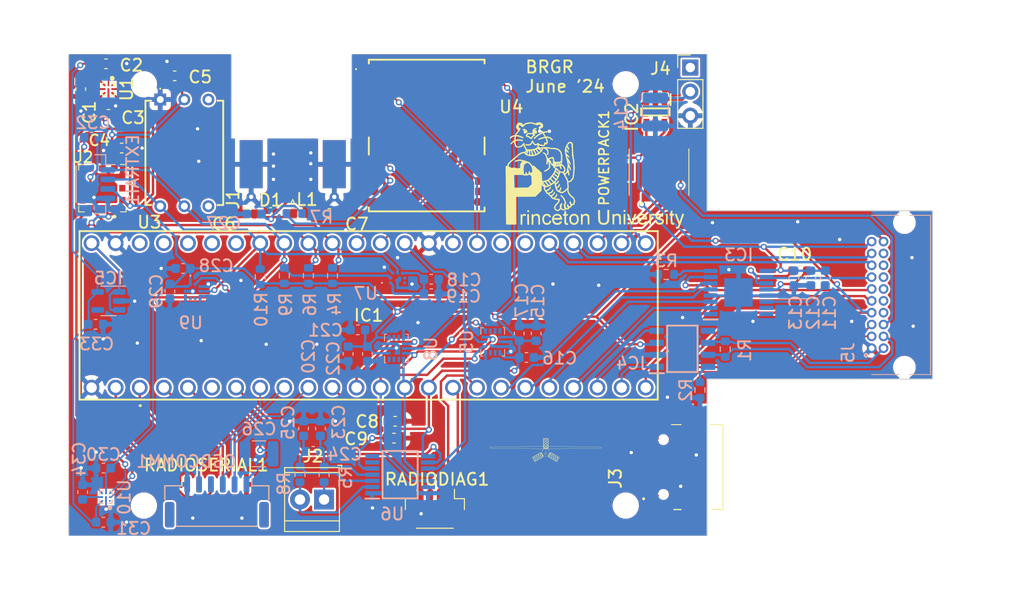
<source format=kicad_pcb>
(kicad_pcb (version 20221018) (generator pcbnew)
  (layers (0 "F.Cu" signal) (31 "B.Cu" signal) (34 "B.Paste" user) (35 "F.Paste" user) (36 "B.SilkS" user "B.Silkscreen") (37 "F.SilkS" user "F.Silkscreen") (38 "B.Mask" user) (39 "F.Mask" user) (44 "Edge.Cuts" user))
  (net 0 "")
  (net 1 "+3.3V")
  (net 2 "GND")
  (net 3 "+1V8_1")
  (net 4 "+5V")
  (net 5 "Net-(U1-CRST)")
  (net 6 "Net-(C3-Pad1)")
  (net 7 "Net-(U7-VO-)")
  (net 8 "Net-(U7-VO+)")
  (net 9 "Net-(IC3-CP2)")
  (net 10 "Net-(IC3-CP1)")
  (net 11 "+BATT")
  (net 12 "Net-(D2-A2)")
  (net 13 "/SDA0")
  (net 14 "/SCL0")
  (net 15 "Net-(U13-T-)")
  (net 16 "Net-(U13-T+)")
  (net 17 "Net-(U9-RF_IN)")
  (net 18 "Net-(IC3-VCP)")
  (net 19 "Net-(U20-CRST)")
  (net 21 "/CTX")
  (net 22 "/CRX")
  (net 24 "/CAN-L")
  (net 25 "/CAN-H")
  (net 26 "Net-(IC2-RS)")
  (net 29 "/Motor Mode")
  (net 30 "/Motor Enable")
  (net 31 "/Motor Sleep")
  (net 32 "/Motor Phase")
  (net 33 "/M+")
  (net 35 "Net-(IC3-SENSE)")
  (net 36 "/M-")
  (net 37 "/MISO1")
  (net 38 "/USB D-")
  (net 39 "/SDA1")
  (net 40 "/SCL1")
  (net 41 "/USB D+")
  (net 42 "/Limit Switch")
  (net 43 "/Encoder A")
  (net 44 "/MOSI1")
  (net 45 "/SCK1")
  (net 46 "/Encoder B")
  (net 62 "/OSD DTR")
  (net 64 "/OSD RX")
  (net 65 "/OSD TX")
  (net 66 "/PowerTX")
  (net 67 "/PowerRX")
  (net 68 "Net-(U9-VCC_RF)")
  (net 69 "/RADIO RTS")
  (net 71 "/RADIO CTS")
  (net 72 "/RADIO RX")
  (net 73 "/RADIO TX")
  (net 78 "/GPS RESET")
  (net 79 "/GPS Pulse")
  (net 80 "Net-(IC4-OUT)")
  (net 81 "/GPS RX")
  (net 82 "/GPS TX")
  (net 98 "/Thermocouple/T+")
  (net 99 "/Thermocouple/T-")
  (net 100 "/CS_Motion1")
  (net 101 "/CS_Motion2")
  (net 102 "/CS_Therm")
  (net 111 "/CameraON")
  (net 113 "Net-(IC5-A10)")
  (net 114 "Net-(IC5-A11)")
  (net 121 "VBUS")
  (footprint "Capacitor_SMD:C_0603_1608Metric" (layer "F.Cu") (at 88.6968 118.4402 180)
    (fp_text reference "C6")
    (fp_text value "0.1uF")
  )
  (footprint "Capacitor_SMD:C_0603_1608Metric" (layer "F.Cu") (at 94.2848 118.4148)
    (fp_text reference "L1")
    (fp_text value "33nH")
  )
  (footprint "Connector_JST:JST_SH_BM04B-SRSS-TB_1x04-1MP_P1.00mm_Vertical" (layer "F.Cu") (at 108.458 149.606 180)
    (fp_text reference "RADIODIAG1")
    (fp_text value "JST-SH-4")
  )
  (footprint "BRGRavionics:MountingHole_90" (layer "F.Cu") (at 128.5748 149.225)
    (fp_text reference "H4" hide)
    (fp_text value "MountingHole" hide)
  )
  (footprint "Capacitor_SMD:C_0603_1608Metric" (layer "F.Cu") (at 146.939 124.46 180)
    (fp_text reference "C10")
    (fp_text value "0.1u")
  )
  (footprint "stan:t_" (layer "F.Cu") (at 125.488742 115.46354)
    (fp_text reference "G1" hide)
    (fp_text value "LOGO" hide)
  )
  (footprint "Capacitor_SMD:C_0402_1005Metric" (layer "F.Cu") (at 91.1352 118.1608)
    (fp_text reference "D1")
    (fp_text value "TVS_0402")
  )
  (footprint "BRGRavionics:MountingHole_90" (layer "F.Cu") (at 77.7748 104.775)
    (fp_text reference "H1" hide)
    (fp_text value "MountingHole" hide)
  )
  (footprint "SamacSys_Parts:USB4110GFA" (layer "F.Cu") (at 135.1565 145.161 90)
    (fp_text reference "J3")
    (fp_text value "USB4110-GF-A" hide)
  )
  (footprint "SamacSys_Parts:MPRLS0025PA00001A" (layer "F.Cu") (at 73.406 115.743)
    (fp_text reference "U2")
    (fp_text value "MPRLS0015PA0000SA" hide)
  )
  (footprint "Capacitor_SMD:C_0603_1608Metric" (layer "F.Cu") (at 97.3328 118.4148)
    (fp_text reference "C7")
    (fp_text value "47pF")
  )
  (footprint "Capacitor_SMD:C_0603_1608Metric" (layer "F.Cu") (at 74.041 107.95)
    (fp_text reference "C3")
    (fp_text value "0.1u")
  )
  (footprint "Connector_PinHeader_2.54mm:PinHeader_1x03_P2.54mm_Vertical" (layer "F.Cu") (at 135.382 103.012)
    (fp_text reference "J4")
    (fp_text value "Camera Pins")
  )
  (footprint "Capacitor_SMD:C_0603_1608Metric" (layer "F.Cu") (at 104.14 142.113)
    (fp_text reference "C9")
    (fp_text value "0.1u")
  )
  (footprint "SamacSys_Parts:ABP2DANT001BA2A3XX" (layer "F.Cu") (at 79.502 106.389)
    (fp_text reference "U3")
    (fp_text value "ABP2DDAN001PD2A3XX" hide)
  )
  (footprint "Capacitor_SMD:C_0603_1608Metric" (layer "F.Cu") (at 104.267 140.335)
    (fp_text reference "C8")
    (fp_text value "0.1u")
  )
  (footprint "BRGRavionics:BGA9C40P3X3_128X128X50" (layer "F.Cu") (at 74.041 105.283 -90)
    (fp_text reference "U1")
    (fp_text value "BMM350")
  )
  (footprint "Connector_JST:JST_GH_SM06B-GHS-TB_1x06-1MP_P1.25mm_Horizontal" (layer "F.Cu") (at 85.471 148.844)
    (fp_text reference "RADIOSERIAL1")
    (fp_text value "JST-GH6")
  )
  (footprint "SamacSys_Parts:SOT95P285X140-6N" (layer "F.Cu") (at 131.699 107.696 -90)
    (fp_text reference "IC2")
    (fp_text value "AP22913W6-7" hide)
  )
  (footprint "Connector_Coaxial:SMA_Molex_73251-1153_EdgeMount_Horizontal" (layer "F.Cu") (at 93.472 114.935 -90)
    (fp_text reference "J1")
    (fp_text value "SMA_EdgeMount")
  )
  (footprint "SamacSys_Parts:G125-MS10605L3P" (layer "F.Cu") (at 132.08 114.046)
    (fp_text reference "POWERPACK1")
    (fp_text value "G125-MS10605L3P" hide)
  )
  (footprint "BRGRavionics:MountingHole_90" (layer "F.Cu") (at 77.7748 149.225)
    (fp_text reference "H2" hide)
    (fp_text value "MountingHole" hide)
  )
  (footprint "SamacSys_Parts:TEENSY41" (layer "F.Cu") (at 77.343 136.779)
    (fp_text reference "IC1")
    (fp_text value "TEENSY_4.1" hide)
  )
  (footprint "Capacitor_SMD:C_0603_1608Metric" (layer "F.Cu") (at 71.12 105.283 90)
    (fp_text reference "C1")
    (fp_text value "2.2u")
  )
  (footprint "Capacitor_SMD:C_0603_1608Metric" (layer "F.Cu") (at 81.026 103.886 180)
    (fp_text reference "C5")
    (fp_text value "0.1u")
  )
  (footprint "SamacSys_Parts:NEOM9N00B" (layer "F.Cu") (at 107.5944 110.1852 180)
    (fp_text reference "U4")
    (fp_text value "NEO-M10N" hide)
  )
  (footprint "Capacitor_SMD:C_0603_1608Metric" (layer "F.Cu") (at 75.438 111.506)
    (fp_text reference "C4")
    (fp_text value "0.1u")
  )
  (footprint "Capacitor_SMD:C_0603_1608Metric" (layer "F.Cu") (at 73.787 102.616 180)
    (fp_text reference "C2")
    (fp_text value "0.1u")
  )
  (footprint "TerminalBlock_TE-Connectivity:TerminalBlock_TE_282834-2_1x02_P2.54mm_Horizontal" (layer "F.Cu") (at 96.774 148.59 180)
    (fp_text reference "J2")
    (fp_text value "Thermocouple Terminal")
  )
  (footprint "BRGRavionics:MountingHole_90" (layer "F.Cu") (at 128.5748 104.775)
    (fp_text reference "H3" hide)
    (fp_text value "MountingHole" hide)
  )
  (footprint "Resistor_SMD:R_0603_1608Metric" (layer "B.Cu") (at 95.123 124.968 -90)
    (fp_text reference "R6")
    (fp_text value "4.7k")
  )
  (footprint "Capacitor_SMD:C_0603_1608Metric" (layer "B.Cu") (at 118.11 133.604)
    (fp_text reference "C16")
    (fp_text value "2.2u")
  )
  (footprint "Capacitor_SMD:C_0603_1608Metric" (layer "B.Cu") (at 117.348 131.064 90)
    (fp_text reference "C17")
    (fp_text value "0.1u")
  )
  (footprint "Capacitor_SMD:C_0603_1608Metric" (layer "B.Cu") (at 72.263 110.363)
    (fp_text reference "C32")
    (fp_text value "1nF")
  )
  (footprint "Capacitor_SMD:C_0603_1608Metric" (layer "B.Cu") (at 80.518 126.619 -90)
    (fp_text reference "C29")
    (fp_text value "0.1u")
  )
  (footprint "Connector_JST:JST_GH_SM06B-GHS-TB_1x06-1MP_P1.25mm_Horizontal" (layer "B.Cu") (at 85.471 148.844 180)
    (fp_text reference "OSDCOMM1")
    (fp_text value "JST-GH6")
  )
  (footprint "BRGRavionics:G125-MH12005L5P" (layer "B.Cu") (at 154.503 132.625 -90)
    (fp_text reference "J5")
    (fp_text value "G125-MH12005L5P" hide)
  )
  (footprint "Resistor_SMD:R_0603_1608Metric" (layer "B.Cu") (at 90.043 125.095 -90)
    (fp_text reference "R10")
    (fp_text value "4.7k")
  )
  (footprint "Capacitor_SMD:C_0603_1608Metric" (layer "B.Cu") (at 96.393 141.097 90)
    (fp_text reference "C23")
    (fp_text value "0.1u")
  )
  (footprint "Capacitor_SMD:C_0603_1608Metric" (layer "B.Cu") (at 73.514 150.984 180)
    (fp_text reference "C31")
    (fp_text value "0.1u")
  )
  (footprint "Resistor_SMD:R_0603_1608Metric" (layer "B.Cu") (at 96.774 145.923 90)
    (fp_text reference "R5")
    (fp_text value "100")
  )
  (footprint "Package_TO_SOT_SMD:TSOT-23-5" (layer "B.Cu") (at 74.041 127.635 180)
    (fp_text reference "IC5")
    (fp_text value "ADP151WAUJZ-1.8-R7")
  )
  (footprint "Capacitor_SMD:C_0603_1608Metric" (layer "B.Cu") (at 146.304 125.222 -90)
    (fp_text reference "C13")
    (fp_text value "100u")
  )
  (footprint "Capacitor_SMD:C_0603_1608Metric" (layer "B.Cu") (at 101.346 133.223 -90)
    (fp_text reference "C20")
    (fp_text value "0.1u")
  )
  (footprint "Capacitor_SMD:C_0603_1608Metric" (layer "B.Cu") (at 108.077 125.349)
    (fp_text reference "C18")
    (fp_text value "0.1u")
  )
  (footprint "Capacitor_SMD:C_1210_3225Metric" (layer "B.Cu") (at 89.916 143.764 180)
    (fp_text reference "C26")
    (fp_text value "22u")
  )
  (footprint "Capacitor_SMD:C_0603_1608Metric" (layer "B.Cu") (at 95.631 143.51 180)
    (fp_text reference "C24")
    (fp_text value "0.1u")
  )
  (footprint "Capacitor_SMD:C_0603_1608Metric" (layer "B.Cu") (at 99.314 133.223 -90)
    (fp_text reference "C22")
    (fp_text value "2.2u")
  )
  (footprint "Resistor_SMD:R_0603_1608Metric" (layer "B.Cu") (at 139.065 132.715 90)
    (fp_text reference "R1")
    (fp_text value "120")
  )
  (footprint "SamacSys_Parts:BMP581" (layer "B.Cu") (at 104.521 125.476)
    (fp_text reference "U7")
    (fp_text value "BMP581" hide)
  )
  (footprint "Capacitor_SMD:C_0603_1608Metric" (layer "B.Cu") (at 72.6948 130.0988)
    (fp_text reference "C33")
    (fp_text value "0.1u")
  )
  (footprint "Resistor_SMD:R_0603_1608Metric" (layer "B.Cu") (at 92.583 124.968 -90)
    (fp_text reference "R9")
    (fp_text value "4.7k")
  )
  (footprint "Capacitor_SMD:C_0603_1608Metric" (layer "B.Cu") (at 94.615 141.097 90)
    (fp_text reference "C25")
    (fp_text value "0.1u")
  )
  (footprint "Resistor_SMD:R_0603_1608Metric" (layer "B.Cu") (at 97.663 124.968 -90)
    (fp_text reference "R4")
    (fp_text value "4.7k")
  )
  (footprint "Capacitor_SMD:C_0603_1608Metric" (layer "B.Cu") (at 119.126 131.064 90)
    (fp_text reference "C15")
    (fp_text value "0.01u")
  )
  (footprint "Connector_JST:JST_SH_BM04B-SRSS-TB_1x04-1MP_P1.00mm_Vertical" (layer "B.Cu") (at 72.644 115.316 -90)
    (fp_text reference "EXTRAI1")
    (fp_text value "JST-SH-4")
  )
  (footprint "SamacSys_Parts:SOP65P640X110-14N" (layer "B.Cu") (at 104.792 145.968)
    (fp_text reference "U6")
    (fp_text value "MAX31856MUD+T" hide)
  )
  (footprint "Capacitor_SMD:C_0603_1608Metric" (layer "B.Cu") (at 81.902 124.206 180)
    (fp_text reference "C28")
    (fp_text value "0.1u")
  )
  (footprint "Capacitor_SMD:C_0603_1608Metric" (layer "B.Cu") (at 100.33 130.683 180)
    (fp_text reference "C21")
    (fp_text value "0.01u")
  )
  (footprint "Resistor_SMD:R_0603_1608Metric" (layer "B.Cu") (at 132.842 124.841 180)
    (fp_text reference "R3")
    (fp_text value "0.2")
  )
  (footprint "Resistor_SMD:R_0603_1608Metric" (layer "B.Cu") (at 136.398 137.033 -90)
    (fp_text reference "R2")
    (fp_text value "10k")
  )
  (footprint "SamacSys_Parts:SOP65P640X120-17N" (layer "B.Cu") (at 140.462 126.746)
    (fp_text reference "IC3")
    (fp_text value "DRV8800PWPR" hide)
  )
  (footprint "Capacitor_SMD:C_0603_1608Metric" (layer "B.Cu") (at 108.077 126.873)
    (fp_text reference "C19")
    (fp_text value "0.1u")
  )
  (footprint "SamacSys_Parts:IIM42352" (layer "B.Cu") (at 104.394 132.654 90)
    (fp_text reference "U8")
    (fp_text value "ICM-42688-P" hide)
  )
  (footprint "Capacitor_SMD:C_0603_1608Metric" (layer "B.Cu") (at 71.3232 147.809 -90)
    (fp_text reference "C34")
    (fp_text value "2.2u")
  )
  (footprint "Resistor_SMD:R_0603_1608Metric" (layer "B.Cu") (at 94.234 145.923 90)
    (fp_text reference "R8")
    (fp_text value "100")
  )
  (footprint "SamacSys_Parts:SOIC127P600X175-8N" (layer "B.Cu") (at 134.5438 132.6896)
    (fp_text reference "IC4")
    (fp_text value "SN65HVD230MDREP" hide)
  )
  (footprint "SamacSys_Parts:IIM42352" (layer "B.Cu") (at 114.554 131.953 -90)
    (fp_text reference "U5")
    (fp_text value "ICM-42688-P" hide)
  )
  (footprint "Resistor_SMD:R_0603_1608Metric" (layer "B.Cu") (at 93.6244 118.4148 180)
    (fp_text reference "R7")
    (fp_text value "10")
  )
  (footprint "Capacitor_SMD:C_0603_1608Metric" (layer "B.Cu") (at 89.408 118.4656 180)
    (fp_text reference "C27")
    (fp_text value "47pF")
  )
  (footprint "Capacitor_SMD:C_0603_1608Metric" (layer "B.Cu") (at 149.606 125.222 90)
    (fp_text reference "C11")
    (fp_text value "0.1u")
  )
  (footprint "BRGRavionics:BGA9C40P3X3_128X128X50" (layer "B.Cu") (at 73.787 148.336 90)
    (fp_text reference "U10")
    (fp_text value "BMM350")
  )
  (footprint "SamacSys_Parts:BMP581" (layer "B.Cu") (at 82.931 126.619 -90)
    (fp_text reference "U9")
    (fp_text value "BMP581" hide)
  )
  (footprint "Capacitor_SMD:C_1210_3225Metric" (layer "B.Cu") (at 131.699 107.696 -90)
    (fp_text reference "C14")
    (fp_text value "22u")
  )
  (footprint "Capacitor_SMD:C_0603_1608Metric" (layer "B.Cu") (at 148.082 125.222 -90)
    (fp_text reference "C12")
    (fp_text value "0.1u")
  )
  (footprint "Capacitor_SMD:C_0603_1608Metric" (layer "B.Cu") (at 73.514 145.269 180)
    (fp_text reference "C30")
    (fp_text value "0.1u")
  )
  (gr_curve (pts (xy 120.130731 143.437339) (xy 120.12893 143.438581) (xy 120.127405 143.440072) (xy 120.126171 143.441705)) (stroke (width 0.02)) (layer "F.SilkS"))
  (gr_line (start 119.88673 142.438207) (end 119.88673 142.668563) (stroke (width 0.02)) (layer "F.SilkS"))
  (gr_line (start 121.006581 144.274865) (end 121.18323 144.227532) (stroke (width 0.02)) (layer "F.SilkS"))
  (gr_line (start 119.140743 144.048911) (end 118.976046 144.004781) (stroke (width 0.02)) (layer "F.SilkS"))
  (gr_curve (pts (xy 120.14172 143.43383) (xy 120.141493 143.433834) (xy 120.141268 143.433841) (xy 120.141042 143.433852)) (stroke (width 0.02)) (layer "F.SilkS"))
  (gr_line (start 120.17883 143.21936) (end 120.191574 143.21936) (stroke (width 0.02)) (layer "F.SilkS"))
  (gr_line (start 121.008553 144.282225) (end 121.052684 144.446922) (stroke (width 0.02)) (layer "F.SilkS"))
  (gr_line (start 120.10517 143.16698) (end 119.906163 143.16698) (stroke (width 0.02)) (layer "F.SilkS"))
  (gr_curve (pts (xy 120.015331 143.740287) (xy 120.020136 143.7978) (xy 120.075416 143.842335) (xy 120.142 143.842335)) (stroke (width 0.02)) (layer "F.SilkS"))
  (gr_line (start 119.821423 143.86992) (end 119.875861 144.083593) (stroke (width 0.02)) (layer "F.SilkS"))
  (gr_line (start 120.136612 142.149274) (end 120.128158 142.14082) (stroke (width 0.02)) (layer "F.SilkS"))
  (gr_line (start 120.582916 143.796725) (end 120.667297 143.774116) (stroke (width 0.02)) (layer "F.SilkS"))
  (gr_line (start 120.007296 143.097589) (end 119.945525 143.15936) (stroke (width 0.02)) (layer "F.SilkS"))
  (gr_curve (pts (xy 120.268669 143.740287) (xy 120.263864 143.682774) (xy 120.208584 143.638239) (xy 120.142 143.638239)) (stroke (width 0.02)) (layer "F.SilkS"))
  (gr_line (start 119.194206 143.878827) (end 119.150075 144.043523) (stroke (width 0.02)) (layer "F.SilkS"))
  (gr_line (start 120.767879 144.149494) (end 120.610543 144.191652) (stroke (width 0.02)) (layer "F.SilkS"))
  (gr_line (start 119.565426 143.965485) (end 119.518093 144.142133) (stroke (width 0.02)) (layer "F.SilkS"))
  (gr_line (start 118.960892 144.013531) (end 118.916762 144.178227) (stroke (width 0.02)) (layer "F.SilkS"))
  (gr_line (start 118.86239 144.381145) (end 118.983104 144.590227) (stroke (width 0.02)) (layer "F.SilkS"))
  (gr_curve (pts (xy 120.234407 142.965938) (xy 120.233627 142.965927) (xy 120.232772 142.965914) (xy 120.231854 142.965901)) (stroke (width 0.02)) (layer "F.SilkS"))
  (gr_line (start 120.610543 144.191652) (end 120.810037 144.30683) (stroke (width 0.02)) (layer "F.SilkS"))
  (gr_line (start 119.206829 144.461059) (end 119.049493 144.418901) (stroke (width 0.02)) (layer "F.SilkS"))
  (gr_curve (pts (xy 120.222722 142.965754) (xy 120.221431 142.965732) (xy 120.220167 142.965709) (xy 120.218963 142.965687)) (stroke (width 0.02)) (layer "F.SilkS"))
  (gr_line (start 120.39727 142.948747) (end 120.276704 142.828181) (stroke (width 0.02)) (layer "F.SilkS"))
  (gr_line (start 120.718574 143.965485) (end 120.541925 144.012818) (stroke (width 0.02)) (layer "F.SilkS"))
  (gr_line (start 120.949916 144.092828) (end 120.902583 143.91618) (stroke (width 0.02)) (layer "F.SilkS"))
  (gr_line (start 120.667297 143.774116) (end 120.644687 143.689735) (stroke (width 0.02)) (layer "F.SilkS"))
  (gr_curve (pts (xy 120.158304 143.442361) (xy 120.157109 143.440638) (xy 120.155606 143.439056) (xy 120.15381 143.437725)) (stroke (width 0.02)) (layer "F.SilkS"))
  (gr_line (start 121.332441 144.018919) (end 121.374599 144.176255) (stroke (width 0.02)) (layer "F.SilkS"))
  (gr_line (start 119.762564 143.887973) (end 119.862068 144.060318) (stroke (width 0.02)) (layer "F.SilkS"))
  (gr_curve (pts (xy 120.161067 143.45917) (xy 120.161954 143.456093) (xy 120.162064 143.452924) (xy 120.161486 143.449919)) (stroke (width 0.02)) (layer "F.SilkS"))
  (gr_line (start 120.142 142.154662) (end 120.012684 142.283978) (stroke (width 0.02)) (layer "F.SilkS"))
  (gr_line (start 119.326724 144.090856) (end 119.374057 143.914208) (stroke (width 0.02)) (layer "F.SilkS"))
  (gr_line (start 118.909401 144.176255) (end 118.951559 144.018919) (stroke (width 0.02)) (layer "F.SilkS"))
  (gr_circle (center 120.517169 143.842982) (end 120.506247 143.842982) (stroke (width 0.02)) (fill none) (layer "F.SilkS"))
  (gr_line (start 118.976046 144.004781) (end 118.960892 144.013531) (stroke (width 0.02)) (layer "F.SilkS"))
  (gr_line (start 121.143257 144.048911) (end 121.19059 144.22556) (stroke (width 0.02)) (layer "F.SilkS"))
  (gr_line (start 120.959248 144.098216) (end 121.006581 144.274865) (stroke (width 0.02)) (layer "F.SilkS"))
  (gr_line (start 120.674085 143.638817) (end 120.650075 143.680403) (stroke (width 0.02)) (layer "F.SilkS"))
  (gr_line (start 121.416543 144.362236) (end 121.369211 144.185587) (stroke (width 0.02)) (layer "F.SilkS"))
  (gr_curve (pts (xy 120.142293 143.433831) (xy 120.142195 143.433829) (xy 120.142098 143.433828) (xy 120.142 143.433828)) (stroke (width 0.02)) (layer "F.SilkS"))
  (gr_line (start 118.983104 144.590227) (end 118.998003 144.581626) (stroke (width 0.02)) (layer "F.SilkS"))
  (gr_line (start 121.323108 144.013531) (end 121.307954 144.004781) (stroke (width 0.02)) (layer "F.SilkS"))
  (gr_curve (pts (xy 120.218963 142.965687) (xy 120.217159 142.965655) (xy 120.215517 142.965624) (xy 120.214133 142.965598)) (stroke (width 0.02)) (layer "F.SilkS"))
  (gr_line (start 120.10517 143.21936) (end 120.10517 143.16698) (stroke (width 0.02)) (layer "F.SilkS"))
  (gr_line (start 120.671029 143.628254) (end 121.566575 144.145298) (stroke (width 0.02)) (layer "F.SilkS"))
  (gr_line (start 120.007296 142.558774) (end 119.88673 142.67934) (stroke (width 0.02)) (layer "F.SilkS"))
  (gr_line (start 118.907429 144.183615) (end 118.742733 144.139485) (stroke (width 0.02)) (layer "F.SilkS"))
  (gr_line (start 120.418815 144.080957) (end 120.576723 144.172126) (stroke (width 0.02)) (layer "F.SilkS"))
  (gr_line (start 120.576723 144.172126) (end 120.534565 144.01479) (stroke (width 0.02)) (layer "F.SilkS"))
  (gr_line (start 120.650075 143.680403) (end 120.674657 143.772143) (stroke (width 0.02)) (layer "F.SilkS"))
  (gr_line (start 120.276704 143.097589) (end 120.214933 143.15936) (stroke (width 0.02)) (layer "F.SilkS"))
  (gr_curve (pts (xy 120.045806 142.965988) (xy 120.046395 142.96598) (xy 120.047224 142.965969) (xy 120.048261 142.965956)) (stroke (width 0.02)) (layer "F.SilkS"))
  (gr_line (start 119.334084 144.092828) (end 119.510733 144.140161) (stroke (width 0.02)) (layer "F.SilkS"))
  (gr_line (start 120.39727 143.15936) (end 120.39727 142.977023) (stroke (width 0.02)) (layer "F.SilkS"))
  (gr_line (start 119.324752 144.098216) (end 119.148103 144.050884) (stroke (width 0.02)) (layer "F.SilkS"))
  (gr_line (start 121.298621 143.999393) (end 121.099127 143.884215) (stroke (width 0.02)) (layer "F.SilkS"))
  (gr_curve (pts (xy 120.140454 143.473456) (xy 120.14077 143.47348) (xy 120.141086 143.473497) (xy 120.141402 143.473507)) (stroke (width 0.02)) (layer "F.SilkS"))
  (gr_line (start 120.725934 143.963513) (end 120.773267 144.140161) (stroke (width 0.02)) (layer "F.SilkS"))
  (gr_line (start 120.142 142.693477) (end 120.012684 142.822793) (stroke (width 0.02)) (layer "F.SilkS"))
  (gr_line (start 119.68279 144.186264) (end 119.697944 144.177514) (stroke (width 0.02)) (layer "F.SilkS"))
  (gr_line (start 119.10077 144.227532) (end 119.277419 144.274865) (stroke (width 0.02)) (layer "F.SilkS"))
  (gr_line (start 120.192625 143.22698) (end 120.091375 143.22698) (stroke (width 0.02)) (layer "F.SilkS"))
  (gr_curve (pts (xy 120.138385 143.473184) (xy 120.139068 143.47331) (xy 120.139759 143.473401) (xy 120.140454 143.473456)) (stroke (width 0.02)) (layer "F.SilkS"))
  (gr_line (start 119.284779 144.276837) (end 119.449476 144.320967) (stroke (width 0.02)) (layer "F.SilkS"))
  (gr_line (start 119.277419 144.274865) (end 119.324752 144.098216) (stroke (width 0.02)) (layer "F.SilkS"))
  (gr_line (start 119.20936 143.870077) (end 119.194206 143.878827) (stroke (width 0.02)) (layer "F.SilkS"))
  (gr_line (start 121.303685 144.600637) (end 120.408139 144.083593) (stroke (width 0.02)) (layer "F.SilkS"))
  (gr_line (start 118.980315 144.600637) (end 118.717425 144.145298) (stroke (width 0.02)) (layer "F.SilkS"))
  (gr_curve (pts (xy 120.048261 142.965956) (xy 120.048675 142.96595) (xy 120.04912 142.965944) (xy 120.049593 142.965938)) (stroke (width 0.02)) (layer "F.SilkS"))
  (gr_line (start 120.142 142.682701) (end 120.271316 142.553385) (stroke (width 0.02)) (layer "F.SilkS"))
  (gr_line (start 119.374057 143.914208) (end 119.20936 143.870077) (stroke (width 0.02)) (layer "F.SilkS"))
  (gr_line (start 120.674657 143.772143) (end 120.831993 143.729985) (stroke (width 0.02)) (layer "F.SilkS"))
  (gr_line (start 121.376571 144.183615) (end 121.423904 144.360264) (stroke (width 0.02)) (layer "F.SilkS"))
  (gr_line (start 119.88673 142.668563) (end 120.001908 142.553385) (stroke (width 0.02)) (layer "F.SilkS"))
  (gr_line (start 119.633925 143.680403) (end 119.609915 143.638817) (stroke (width 0.02)) (layer "F.SilkS"))
  (gr_curve (pts (xy 120.157344 143.466255) (xy 120.159112 143.464099) (xy 120.160345 143.461674) (xy 120.161067 143.45917)) (stroke (width 0.02)) (layer "F.SilkS"))
  (gr_line (start 121.239895 144.409569) (end 121.416543 144.362236) (stroke (width 0.02)) (layer "F.SilkS"))
  (gr_line (start 120.282092 142.553385) (end 120.39727 142.668563) (stroke (width 0.02)) (layer "F.SilkS"))
  (gr_line (start 120.091375 143.22698) (end 119.87911 143.167288) (stroke (width 0.02)) (layer "F.SilkS"))
  (gr_line (start 119.88673 142.409932) (end 119.88673 142.427431) (stroke (width 0.02)) (layer "F.SilkS"))
  (gr_curve (pts (xy 120.141402 143.473507) (xy 120.141602 143.473513) (xy 120.141801 143.473516) (xy 120.142 143.473516)) (stroke (width 0.02)) (layer "F.SilkS"))
  (gr_line (start 120.338475 143.15936) (end 120.276704 143.097589) (stroke (width 0.02)) (layer "F.SilkS"))
  (gr_line (start 120.81937 144.312218) (end 120.834524 144.320967) (stroke (width 0.02)) (layer "F.SilkS"))
  (gr_line (start 120.069067 143.15936) (end 120.007296 143.097589) (stroke (width 0.02)) (layer "F.SilkS"))
  (gr_line (start 119.88673 142.707615) (end 119.88673 142.937971) (stroke (width 0.02)) (layer "F.SilkS"))
  (gr_line (start 119.697944 144.177514) (end 119.742075 144.012818) (stroke (width 0.02)) (layer "F.SilkS"))
  (gr_line (start 120.39727 142.438207) (end 120.282092 142.553385) (stroke (width 0.02)) (layer "F.SilkS"))
  (gr_line (start 120.209856 142.965516) (end 120.142 142.964395) (stroke (width 0.02)) (layer "F.SilkS"))
  (gr_circle (center 120.142 143.626378) (end 119.745125 143.626378) (stroke (width 0.02)) (fill none) (layer "F.SilkS"))
  (gr_curve (pts (xy 120.214133 142.965598) (xy 120.212752 142.965571) (xy 120.211655 142.96555) (xy 120.210904 142.965536)) (stroke (width 0.02)) (layer "F.SilkS"))
  (gr_line (start 121.307954 144.004781) (end 121.143257 144.048911) (stroke (width 0.02)) (layer "F.SilkS"))
  (gr_line (start 118.867457 144.362236) (end 119.044105 144.409569) (stroke (width 0.02)) (layer "F.SilkS"))
  (gr_line (start 119.042133 144.416929) (end 118.865484 144.369596) (stroke (width 0.02)) (layer "F.SilkS"))
  (gr_line (start 114.3 143.172563) (end 120.142 143.232015) (stroke (width 0.02)) (layer "F.SilkS"))
  (gr_line (start 120.462577 143.86992) (end 120.513202 143.782235) (stroke (width 0.02)) (layer "F.SilkS"))
  (gr_line (start 119.626231 143.651836) (end 119.725734 143.824181) (stroke (width 0.02)) (layer "F.SilkS"))
  (gr_curve (pts (xy 120.161486 143.449919) (xy 120.160968 143.447233) (xy 120.159896 143.444655) (xy 120.158304 143.442361)) (stroke (width 0.02)) (layer "F.SilkS"))
  (gr_line (start 120.509983 143.923049) (end 120.448212 144.030039) (stroke (width 0.02)) (layer "F.SilkS"))
  (gr_line (start 119.88673 142.948747) (end 119.88673 142.966246) (stroke (width 0.02)) (layer "F.SilkS"))
  (gr_line (start 120.349251 143.15936) (end 120.39727 143.15936) (stroke (width 0.02)) (layer "F.SilkS"))
  (gr_line (start 120.128158 142.14082) (end 119.88673 142.14082) (stroke (width 0.02)) (layer "F.SilkS"))
  (gr_line (start 120.271316 142.553385) (end 120.142 142.42407) (stroke (width 0.02)) (layer "F.SilkS"))
  (gr_line (start 119.442674 143.735373) (end 119.42752 143.744123) (stroke (width 0.02)) (layer "F.SilkS"))
  (gr_line (start 120.271316 143.092201) (end 120.142 142.962885) (stroke (width 0.02)) (layer "F.SilkS"))
  (gr_line (start 119.218693 143.864689) (end 119.376029 143.906847) (stroke (width 0.02)) (layer "F.SilkS"))
  (gr_curve (pts (xy 120.23917 142.966001) (xy 120.239194 142.966001) (xy 120.239209 142.966001) (xy 120.239216 142.966001)) (stroke (width 0.02)) (layer "F.SilkS"))
  (gr_line (start 119.007335 144.576237) (end 119.206829 144.461059) (stroke (width 0.02)) (layer "F.SilkS"))
  (gr_line (start 120.902583 143.91618) (end 120.725934 143.963513) (stroke (width 0.02)) (layer "F.SilkS"))
  (gr_line (start 120.092426 143.21936) (end 120.10517 143.21936) (stroke (width 0.02)) (layer "F.SilkS"))
  (gr_line (start 120.39727 142.67934) (end 120.276704 142.558774) (stroke (width 0.02)) (layer "F.SilkS"))
  (gr_line (start 120.142 142.964395) (end 120.074144 142.965516) (stroke (width 0.02)) (layer "F.SilkS"))
  (gr_line (start 125.984 143.172563) (end 125.984 143.162702) (stroke (width 0.02)) (layer "F.SilkS"))
  (gr_line (start 121.367238 144.178227) (end 121.323108 144.013531) (stroke (width 0.02)) (layer "F.SilkS"))
  (gr_line (start 119.09341 144.22556) (end 119.140743 144.048911) (stroke (width 0.02)) (layer "F.SilkS"))
  (gr_line (start 119.88673 142.937971) (end 120.001908 142.822793) (stroke (width 0.02)) (layer "F.SilkS"))
  (gr_line (start 120.515371 143.913717) (end 120.539953 144.005457) (stroke (width 0.02)) (layer "F.SilkS"))
  (gr_line (start 119.88673 142.14082) (end 119.88673 142.158023) (stroke (width 0.02)) (layer "F.SilkS"))
  (gr_line (start 119.88673 142.427431) (end 120.007296 142.547997) (stroke (width 0.02)) (layer "F.SilkS"))
  (gr_line (start 120.512903 143.797991) (end 120.558266 143.824181) (stroke (width 0.02)) (layer "F.SilkS"))
  (gr_line (start 119.771097 143.797991) (end 119.764725 143.786955) (stroke (width 0.02)) (layer "F.SilkS"))
  (gr_curve (pts (xy 120.152422 143.470559) (xy 120.154339 143.469376) (xy 120.155989 143.467908) (xy 120.157344 143.466255)) (stroke (width 0.02)) (layer "F.SilkS"))
  (gr_line (start 120.521436 143.887973) (end 120.476073 143.861783) (stroke (width 0.02)) (layer "F.SilkS"))
  (gr_line (start 119.449476 144.320967) (end 119.46463 144.312218) (stroke (width 0.02)) (layer "F.SilkS"))
  (gr_line (start 119.835788 144.030039) (end 119.774017 143.923049) (stroke (width 0.02)) (layer "F.SilkS"))
  (gr_line (start 120.40489 143.167288) (end 120.192625 143.22698) (stroke (width 0.02)) (layer "F.SilkS"))
  (gr_line (start 119.150075 144.043523) (end 119.326724 144.090856) (stroke (width 0.02)) (layer "F.SilkS"))
  (gr_line (start 120.214933 143.15936) (end 120.338475 143.15936) (stroke (width 0.02)) (layer "F.SilkS"))
  (gr_line (start 120.657769 143.651836) (end 120.519275 143.786955) (stroke (width 0.02)) (layer "F.SilkS"))
  (gr_line (start 120.476073 143.861783) (end 120.469701 143.872819) (stroke (width 0.02)) (layer "F.SilkS"))
  (gr_curve (pts (xy 120.142975 143.433852) (xy 120.142748 143.433841) (xy 120.14252 143.433834) (xy 120.142293 143.433831)) (stroke (width 0.02)) (layer "F.SilkS"))
  (gr_line (start 120.39727 142.399156) (end 120.39727 142.1688) (stroke (width 0.02)) (layer "F.SilkS"))
  (gr_curve (pts (xy 120.142 143.433828) (xy 120.141906 143.433828) (xy 120.141813 143.433829) (xy 120.14172 143.43383)) (stroke (width 0.02)) (layer "F.SilkS"))
  (gr_curve (pts (xy 120.141042 143.433852) (xy 120.140647 143.433871) (xy 120.140253 143.433902) (xy 120.139861 143.433944)) (stroke (width 0.02)) (layer "F.SilkS"))
  (gr_line (start 121.07464 143.870077) (end 120.909943 143.914208) (stroke (width 0.02)) (layer "F.SilkS"))
  (gr_line (start 118.951559 144.018919) (end 118.752065 144.134097) (stroke (width 0.02)) (layer "F.SilkS"))
  (gr_line (start 120.775239 144.147521) (end 120.81937 144.312218) (stroke (width 0.02)) (layer "F.SilkS"))
  (gr_line (start 119.275447 144.282225) (end 119.098798 144.234893) (stroke (width 0.02)) (layer "F.SilkS"))
  (gr_line (start 121.043351 144.441534) (end 121.001193 144.284198) (stroke (width 0.02)) (layer "F.SilkS"))
  (gr_line (start 119.749435 144.01479) (end 119.707277 144.172126) (stroke (width 0.02)) (layer "F.SilkS"))
  (gr_line (start 120.40489 142.1332) (end 120.40489 143.167288) (stroke (width 0.02)) (layer "F.SilkS"))
  (gr_line (start 120.282092 142.283978) (end 120.39727 142.399156) (stroke (width 0.02)) (layer "F.SilkS"))
  (gr_line (start 120.60121 144.186264) (end 120.765907 144.142133) (stroke (width 0.02)) (layer "F.SilkS"))
  (gr_line (start 120.007296 142.289366) (end 119.88673 142.409932) (stroke (width 0.02)) (layer "F.SilkS"))
  (gr_line (start 121.241867 144.416929) (end 121.285997 144.581626) (stroke (width 0.02)) (layer "F.SilkS"))
  (gr_line (start 119.774017 143.923049) (end 119.751407 144.00743) (stroke (width 0.02)) (layer "F.SilkS"))
  (gr_line (start 120.442824 144.039372) (end 120.418815 144.080957) (stroke (width 0.02)) (layer "F.SilkS"))
  (gr_line (start 121.541267 144.139485) (end 121.376571 144.183615) (stroke (width 0.02)) (layer "F.SilkS"))
  (gr_line (start 119.614731 143.781476) (end 119.567398 143.958124) (stroke (width 0.02)) (layer "F.SilkS"))
  (gr_line (start 120.716602 143.958124) (end 120.669269 143.781476) (stroke (width 0.02)) (layer "F.SilkS"))
  (gr_line (start 119.770798 143.782235) (end 119.821423 143.86992) (stroke (width 0.02)) (layer "F.SilkS"))
  (gr_line (start 120.39727 142.14082) (end 120.155842 142.14082) (stroke (width 0.02)) (layer "F.SilkS"))
  (gr_line (start 120.39727 142.696839) (end 120.39727 142.67934) (stroke (width 0.02)) (layer "F.SilkS"))
  (gr_line (start 120.282092 142.822793) (end 120.39727 142.937971) (stroke (width 0.02)) (layer "F.SilkS"))
  (gr_line (start 120.39727 142.427431) (end 120.39727 142.409932) (stroke (width 0.02)) (layer "F.SilkS"))
  (gr_line (start 120.541925 144.012818) (end 120.586056 144.177514) (stroke (width 0.02)) (layer "F.SilkS"))
  (gr_curve (pts (xy 120.146373 143.473028) (xy 120.148547 143.472537) (xy 120.150587 143.471691) (xy 120.152422 143.470559)) (stroke (width 0.02)) (layer "F.SilkS"))
  (gr_line (start 119.807927 143.861783) (end 119.762564 143.887973) (stroke (width 0.02)) (layer "F.SilkS"))
  (gr_line (start 121.18323 144.227532) (end 121.135897 144.050884) (stroke (width 0.02)) (layer "F.SilkS"))
  (gr_curve (pts (xy 120.142 143.638239) (xy 120.075416 143.638239) (xy 120.020136 143.682774) (xy 120.015331 143.740287)) (stroke (width 0.02)) (layer "F.SilkS"))
  (gr_line (start 119.142715 144.041551) (end 119.184873 143.884215) (stroke (width 0.02)) (layer "F.SilkS"))
  (gr_curve (pts (xy 120.142 143.473516) (xy 120.142037 143.473516) (xy 120.142073 143.473516) (xy 120.14211 143.473516)) (stroke (width 0.02)) (layer "F.SilkS"))
  (gr_line (start 119.725734 143.824181) (end 119.771097 143.797991) (stroke (width 0.02)) (layer "F.SilkS"))
  (gr_line (start 120.39727 142.707615) (end 120.282092 142.822793) (stroke (width 0.02)) (layer "F.SilkS"))
  (gr_line (start 121.234507 144.418901) (end 121.077171 144.461059) (stroke (width 0.02)) (layer "F.SilkS"))
  (gr_line (start 119.518093 144.142133) (end 119.68279 144.186264) (stroke (width 0.02)) (layer "F.SilkS"))
  (gr_curve (pts (xy 120.14211 143.473516) (xy 120.14233 143.473514) (xy 120.142549 143.47351) (xy 120.142768 143.473501)) (stroke (width 0.02)) (layer "F.SilkS"))
  (gr_line (start 119.051465 144.411541) (end 119.216162 144.455671) (stroke (width 0.02)) (layer "F.SilkS"))
  (gr_line (start 120.408139 144.083593) (end 120.462577 143.86992) (stroke (width 0.02)) (layer "F.SilkS"))
  (gr_curve (pts (xy 120.12904 143.468699) (xy 120.130412 143.469882) (xy 120.131967 143.470896) (xy 120.133676 143.471686)) (stroke (width 0.02)) (layer "F.SilkS"))
  (gr_line (start 120.012684 143.092201) (end 120.079843 143.15936) (stroke (width 0.02)) (layer "F.SilkS"))
  (gr_line (start 119.934749 143.15936) (end 120.001908 143.092201) (stroke (width 0.02)) (layer "F.SilkS"))
  (gr_line (start 121.133925 144.043523) (end 121.089794 143.878827) (stroke (width 0.02)) (layer "F.SilkS"))
  (gr_line (start 120.012684 142.283978) (end 120.142 142.413293) (stroke (width 0.02)) (layer "F.SilkS"))
  (gr_curve (pts (xy 120.144211 143.433952) (xy 120.143801 143.433906) (xy 120.143389 143.433873) (xy 120.142975 143.433852)) (stroke (width 0.02)) (layer "F.SilkS"))
  (gr_line (start 120.142 142.952109) (end 120.271316 142.822793) (stroke (width 0.02)) (layer "F.SilkS"))
  (gr_line (start 121.099127 143.884215) (end 121.141285 144.041551) (stroke (width 0.02)) (layer "F.SilkS"))
  (gr_line (start 121.185202 144.234893) (end 121.008553 144.282225) (stroke (width 0.02)) (layer "F.SilkS"))
  (gr_line (start 120.39727 142.977023) (end 120.282092 143.092201) (stroke (width 0.02)) (layer "F.SilkS"))
  (gr_line (start 120.951888 144.100189) (end 120.775239 144.147521) (stroke (width 0.02)) (layer "F.SilkS"))
  (gr_line (start 118.717425 144.145298) (end 119.612971 143.628254) (stroke (width 0.02)) (layer "F.SilkS"))
  (gr_line (start 119.516121 144.149494) (end 119.473963 144.30683) (stroke (width 0.02)) (layer "F.SilkS"))
  (gr_line (start 120.155842 142.14082) (end 120.147388 142.149274) (stroke (width 0.02)) (layer "F.SilkS"))
  (gr_curve (pts (xy 120.139861 143.433944) (xy 120.138325 143.434111) (xy 120.136844 143.434452) (xy 120.135442 143.434943)) (stroke (width 0.02)) (layer "F.SilkS"))
  (gr_line (start 121.089794 143.878827) (end 121.07464 143.870077) (stroke (width 0.02)) (layer "F.SilkS"))
  (gr_curve (pts (xy 120.231854 142.965901) (xy 120.230794 142.965885) (xy 120.229662 142.965868) (xy 120.228484 142.965849)) (stroke (width 0.02)) (layer "F.SilkS"))
  (gr_line (start 120.723962 143.956152) (end 120.900611 143.908819) (stroke (width 0.02)) (layer "F.SilkS"))
  (gr_line (start 119.560038 143.956152) (end 119.607371 143.779504) (stroke (width 0.02)) (layer "F.SilkS"))
  (gr_line (start 118.916762 144.178227) (end 119.09341 144.22556) (stroke (width 0.02)) (layer "F.SilkS"))
  (gr_line (start 120.39727 142.1688) (end 120.282092 142.283978) (stroke (width 0.02)) (layer "F.SilkS"))
  (gr_line (start 119.707277 144.172126) (end 119.865185 144.080957) (stroke (width 0.02)) (layer "F.SilkS"))
  (gr_line (start 120.39727 142.668563) (end 120.39727 142.438207) (stroke (width 0.02)) (layer "F.SilkS"))
  (gr_line (start 120.276704 142.828181) (end 120.147388 142.957497) (stroke (width 0.02)) (layer "F.SilkS"))
  (gr_line (start 121.232535 144.411541) (end 121.185202 144.234893) (stroke (width 0.02)) (layer "F.SilkS"))
  (gr_line (start 119.875861 144.083593) (end 118.980315 144.600637) (stroke (width 0.02)) (layer "F.SilkS"))
  (gr_line (start 119.098798 144.234893) (end 119.051465 144.411541) (stroke (width 0.02)) (layer "F.SilkS"))
  (gr_line (start 119.814299 143.872819) (end 119.807927 143.861783) (stroke (width 0.02)) (layer "F.SilkS"))
  (gr_line (start 119.744047 144.005457) (end 119.768629 143.913717) (stroke (width 0.02)) (layer "F.SilkS"))
  (gr_curve (pts (xy 120.122454 143.450246) (xy 120.121972 143.452998) (xy 120.122066 143.455881) (xy 120.122803 143.458698)) (stroke (width 0.02)) (layer "F.SilkS"))
  (gr_curve (pts (xy 120.225639 142.965803) (xy 120.224667 142.965787) (xy 120.22369 142.965771) (xy 120.222722 142.965754)) (stroke (width 0.02)) (layer "F.SilkS"))
  (gr_line (start 120.276704 142.817405) (end 120.39727 142.696839) (stroke (width 0.02)) (layer "F.SilkS"))
  (gr_line (start 121.192562 144.23292) (end 121.239895 144.409569) (stroke (width 0.02)) (layer "F.SilkS"))
  (gr_line (start 120.001908 142.822793) (end 119.88673 142.707615) (stroke (width 0.02)) (layer "F.SilkS"))
  (gr_line (start 119.332112 144.100189) (end 119.284779 144.276837) (stroke (width 0.02)) (layer "F.SilkS"))
  (gr_line (start 119.945525 143.15936) (end 120.069067 143.15936) (stroke (width 0.02)) (layer "F.SilkS"))
  (gr_circle (center 120.142 143.19317) (end 120.131078 143.19317) (stroke (width 0.02)) (fill none) (layer "F.SilkS"))
  (gr_line (start 120.271316 142.283978) (end 120.142 142.154662) (stroke (width 0.02)) (layer "F.SilkS"))
  (gr_line (start 119.231316 144.446922) (end 119.275447 144.282225) (stroke (width 0.02)) (layer "F.SilkS"))
  (gr_line (start 119.567398 143.958124) (end 119.744047 144.005457) (stroke (width 0.02)) (layer "F.SilkS"))
  (gr_line (start 120.276704 142.289366) (end 120.147388 142.418682) (stroke (width 0.02)) (layer "F.SilkS"))
  (gr_line (start 119.240649 144.441534) (end 119.440143 144.326356) (stroke (width 0.02)) (layer "F.SilkS"))
  (gr_line (start 119.616703 143.774116) (end 119.701084 143.796725) (stroke (width 0.02)) (layer "F.SilkS"))
  (gr_line (start 120.17883 143.16698) (end 120.17883 143.21936) (stroke (width 0.02)) (layer "F.SilkS"))
  (gr_line (start 119.440143 144.326356) (end 119.282807 144.284198) (stroke (width 0.02)) (layer "F.SilkS"))
  (gr_line (start 120.539953 144.005457) (end 120.716602 143.958124) (stroke (width 0.02)) (layer "F.SilkS"))
  (gr_line (start 118.860096 144.360264) (end 118.907429 144.183615) (stroke (width 0.02)) (layer "F.SilkS"))
  (gr_line (start 119.473963 144.30683) (end 119.673457 144.191652) (stroke (width 0.02)) (layer "F.SilkS"))
  (gr_line (start 121.556166 144.148087) (end 121.541267 144.139485) (stroke (width 0.02)) (layer "F.SilkS"))
  (gr_line (start 121.276665 144.576237) (end 121.234507 144.418901) (stroke (width 0.02)) (layer "F.SilkS"))
  (gr_line (start 120.865813 143.749511) (end 120.907971 143.906847) (stroke (width 0.02)) (layer "F.SilkS"))
  (gr_curve (pts (xy 120.122803 143.458698) (xy 120.123263 143.460454) (xy 120.123972 143.462181) (xy 120.124944 143.463815)) (stroke (width 0.02)) (layer "F.SilkS"))
  (gr_line (start 119.148103 144.050884) (end 119.10077 144.227532) (stroke (width 0.02)) (layer "F.SilkS"))
  (gr_line (start 119.383389 143.908819) (end 119.560038 143.956152) (stroke (width 0.02)) (layer "F.SilkS"))
  (gr_curve (pts (xy 120.15381 143.437725) (xy 120.152501 143.436756) (xy 120.151031 143.435917) (xy 120.149417 143.435267)) (stroke (width 0.02)) (layer "F.SilkS"))
  (gr_line (start 120.39727 142.158023) (end 120.39727 142.14082) (stroke (width 0.02)) (layer "F.SilkS"))
  (gr_line (start 118.914789 144.185587) (end 118.867457 144.362236) (stroke (width 0.02)) (layer "F.SilkS"))
  (gr_line (start 119.612971 143.628254) (end 119.770798 143.782235) (stroke (width 0.02)) (layer "F.SilkS"))
  (gr_line (start 121.423904 144.360264) (end 121.435452 144.357169) (stroke (width 0.02)) (layer "F.SilkS"))
  (gr_line (start 120.377837 143.16698) (end 120.17883 143.16698) (stroke (width 0.02)) (layer "F.SilkS"))
  (gr_line (start 120.079843 143.15936) (end 120.204157 143.15936) (stroke (width 0.02)) (layer "F.SilkS"))
  (gr_line (start 121.065307 143.864689) (end 120.865813 143.749511) (stroke (width 0.02)) (layer "F.SilkS"))
  (gr_line (start 119.184873 143.884215) (end 118.985379 143.999393) (stroke (width 0.02)) (layer "F.SilkS"))
  (gr_line (start 119.906163 143.16698) (end 120.092426 143.21936) (stroke (width 0.02)) (layer "F.SilkS"))
  (gr_line (start 120.39727 142.937971) (end 120.39727 142.707615) (stroke (width 0.02)) (layer "F.SilkS"))
  (gr_line (start 120.999221 144.276837) (end 120.951888 144.100189) (stroke (width 0.02)) (layer "F.SilkS"))
  (gr_line (start 120.276704 142.558774) (end 120.147388 142.688089) (stroke (width 0.02)) (layer "F.SilkS"))
  (gr_line (start 114.3 143.129) (end 114.3 143.060942) (stroke (width 0.02)) (layer "F.SilkS"))
  (gr_line (start 119.418187 143.749511) (end 119.218693 143.864689) (stroke (width 0.02)) (layer "F.SilkS"))
  (gr_line (start 120.85648 143.744123) (end 120.841326 143.735373) (stroke (width 0.02)) (layer "F.SilkS"))
  (gr_line (start 119.049493 144.418901) (end 119.007335 144.576237) (stroke (width 0.02)) (layer "F.SilkS"))
  (gr_line (start 120.001908 142.553385) (end 119.88673 142.438207) (stroke (width 0.02)) (layer "F.SilkS"))
  (gr_line (start 125.984 143.162702) (end 125.984 143.129) (stroke (width 0.02)) (layer "F.SilkS"))
  (gr_line (start 120.136612 142.418682) (end 120.007296 142.289366) (stroke (width 0.02)) (layer "F.SilkS"))
  (gr_line (start 120.136612 142.957497) (end 120.007296 142.828181) (stroke (width 0.02)) (layer "F.SilkS"))
  (gr_circle (center 119.766831 143.842982) (end 119.755909 143.842982) (stroke (width 0.02)) (fill none) (layer "F.SilkS"))
  (gr_line (start 121.135897 144.050884) (end 120.959248 144.098216) (stroke (width 0.02)) (layer "F.SilkS"))
  (gr_line (start 120.204157 143.15936) (end 120.271316 143.092201) (stroke (width 0.02)) (layer "F.SilkS"))
  (gr_line (start 120.147388 142.957497) (end 120.276704 143.086813) (stroke (width 0.02)) (layer "F.SilkS"))
  (gr_line (start 119.841176 144.039372) (end 119.749435 144.01479) (stroke (width 0.02)) (layer "F.SilkS"))
  (gr_line (start 119.88673 142.158023) (end 120.007296 142.27859) (stroke (width 0.02)) (layer "F.SilkS"))
  (gr_line (start 120.834524 144.320967) (end 120.999221 144.276837) (stroke (width 0.02)) (layer "F.SilkS"))
  (gr_line (start 120.012684 142.822793) (end 120.142 142.952109) (stroke (width 0.02)) (layer "F.SilkS"))
  (gr_line (start 120.136612 142.688089) (end 120.007296 142.558774) (stroke (width 0.02)) (layer "F.SilkS"))
  (gr_line (start 114.3 143.162702) (end 114.3 143.129) (stroke (width 0.02)) (layer "F.SilkS"))
  (gr_line (start 120.676629 143.779504) (end 120.723962 143.956152) (stroke (width 0.02)) (layer "F.SilkS"))
  (gr_line (start 121.42161 144.381145) (end 121.418516 144.369596) (stroke (width 0.02)) (layer "F.SilkS"))
  (gr_curve (pts (xy 120.126171 143.441705) (xy 120.124248 143.444248) (xy 120.122992 143.447181) (xy 120.122454 143.450246)) (stroke (width 0.02)) (layer "F.SilkS"))
  (gr_line (start 120.007296 142.27859) (end 120.136612 142.149274) (stroke (width 0.02)) (layer "F.SilkS"))
  (gr_line (start 120.142 142.413293) (end 120.271316 142.283978) (stroke (width 0.02)) (layer "F.SilkS"))
  (gr_line (start 120.957276 144.090856) (end 121.133925 144.043523) (stroke (width 0.02)) (layer "F.SilkS"))
  (gr_line (start 121.374599 144.176255) (end 121.531935 144.134097) (stroke (width 0.02)) (layer "F.SilkS"))
  (gr_line (start 120.831993 143.729985) (end 120.674085 143.638817) (stroke (width 0.02)) (layer "F.SilkS"))
  (gr_line (start 119.87911 143.167288) (end 119.87911 142.1332) (stroke (width 0.02)) (layer "F.SilkS"))
  (gr_line (start 120.644687 143.689735) (end 120.582916 143.796725) (stroke (width 0.02)) (layer "F.SilkS"))
  (gr_line (start 120.142 143.232015) (end 125.984 143.172563) (stroke (width 0.02)) (layer "F.SilkS"))
  (gr_line (start 120.147388 142.688089) (end 120.276704 142.817405) (stroke (width 0.02)) (layer "F.SilkS"))
  (gr_line (start 119.044105 144.409569) (end 119.091438 144.23292) (stroke (width 0.02)) (layer "F.SilkS"))
  (gr_line (start 120.282092 143.092201) (end 120.349251 143.15936) (stroke (width 0.02)) (layer "F.SilkS"))
  (gr_line (start 125.984 143.129) (end 125.984 143.060942) (stroke (width 0.02)) (layer "F.SilkS"))
  (gr_line (start 120.271316 142.822793) (end 120.142 142.693477) (stroke (width 0.02)) (layer "F.SilkS"))
  (gr_line (start 120.586056 144.177514) (end 120.60121 144.186264) (stroke (width 0.02)) (layer "F.SilkS"))
  (gr_line (start 119.87911 142.1332) (end 120.40489 142.1332) (stroke (width 0.02)) (layer "F.SilkS"))
  (gr_line (start 120.142 142.42407) (end 120.012684 142.553385) (stroke (width 0.02)) (layer "F.SilkS"))
  (gr_line (start 121.077171 144.461059) (end 121.276665 144.576237) (stroke (width 0.02)) (layer "F.SilkS"))
  (gr_curve (pts (xy 120.143833 143.473431) (xy 120.14469 143.473352) (xy 120.145538 143.473217) (xy 120.146373 143.473028)) (stroke (width 0.02)) (layer "F.SilkS"))
  (gr_curve (pts (xy 120.133676 143.471686) (xy 120.135161 143.472372) (xy 120.136743 143.47288) (xy 120.138385 143.473184)) (stroke (width 0.02)) (layer "F.SilkS"))
  (gr_line (start 118.727834 144.148087) (end 118.848548 144.357169) (stroke (width 0.02)) (layer "F.SilkS"))
  (gr_line (start 119.706472 143.806058) (end 119.614731 143.781476) (stroke (width 0.02)) (layer "F.SilkS"))
  (gr_line (start 121.052684 144.446922) (end 121.067838 144.455671) (stroke (width 0.02)) (layer "F.SilkS"))
  (gr_line (start 121.531935 144.134097) (end 121.332441 144.018919) (stroke (width 0.02)) (layer "F.SilkS"))
  (gr_line (start 118.848548 144.357169) (end 118.860096 144.360264) (stroke (width 0.02)) (layer "F.SilkS"))
  (gr_line (start 120.773267 144.140161) (end 120.949916 144.092828) (stroke (width 0.02)) (layer "F.SilkS"))
  (gr_line (start 118.985379 143.999393) (end 119.142715 144.041551) (stroke (width 0.02)) (layer "F.SilkS"))
  (gr_curve (pts (xy 120.210904 142.965536) (xy 120.210368 142.965525) (xy 120.210016 142.965519) (xy 120.209856 142.965516)) (stroke (width 0.02)) (layer "F.SilkS"))
  (gr_line (start 120.421932 144.060318) (end 120.521436 143.887973) (stroke (width 0.02)) (layer "F.SilkS"))
  (gr_line (start 119.764725 143.786955) (end 119.626231 143.651836) (stroke (width 0.02)) (layer "F.SilkS"))
  (gr_line (start 119.091438 144.23292) (end 118.914789 144.185587) (stroke (width 0.02)) (layer "F.SilkS"))
  (gr_line (start 120.810037 144.30683) (end 120.767879 144.149494) (stroke (width 0.02)) (layer "F.SilkS"))
  (gr_line (start 119.88673 143.15936) (end 119.934749 143.15936) (stroke (width 0.02)) (layer "F.SilkS"))
  (gr_line (start 120.007296 142.828181) (end 119.88673 142.948747) (stroke (width 0.02)) (layer "F.SilkS"))
  (gr_line (start 120.513202 143.782235) (end 120.671029 143.628254) (stroke (width 0.02)) (layer "F.SilkS"))
  (gr_line (start 120.001908 143.092201) (end 119.88673 142.977023) (stroke (width 0.02)) (layer "F.SilkS"))
  (gr_curve (pts (xy 120.124944 143.463815) (xy 120.126007 143.465603) (xy 120.127375 143.467264) (xy 120.12904 143.468699)) (stroke (width 0.02)) (layer "F.SilkS"))
  (gr_line (start 119.88673 142.399156) (end 120.001908 142.283978) (stroke (width 0.02)) (layer "F.SilkS"))
  (gr_line (start 119.376029 143.906847) (end 119.418187 143.749511) (stroke (width 0.02)) (layer "F.SilkS"))
  (gr_line (start 121.435452 144.357169) (end 121.556166 144.148087) (stroke (width 0.02)) (layer "F.SilkS"))
  (gr_line (start 118.742733 144.139485) (end 118.727834 144.148087) (stroke (width 0.02)) (layer "F.SilkS"))
  (gr_curve (pts (xy 120.142768 143.473501) (xy 120.143124 143.473487) (xy 120.143479 143.473464) (xy 120.143833 143.473431)) (stroke (width 0.02)) (layer "F.SilkS"))
  (gr_line (start 120.907971 143.906847) (end 121.065307 143.864689) (stroke (width 0.02)) (layer "F.SilkS"))
  (gr_line (start 119.768629 143.913717) (end 119.706472 143.806058) (stroke (width 0.02)) (layer "F.SilkS"))
  (gr_line (start 120.007296 142.547997) (end 120.136612 142.418682) (stroke (width 0.02)) (layer "F.SilkS"))
  (gr_line (start 119.865185 144.080957) (end 119.841176 144.039372) (stroke (width 0.02)) (layer "F.SilkS"))
  (gr_line (start 119.609343 143.772143) (end 119.633925 143.680403) (stroke (width 0.02)) (layer "F.SilkS"))
  (gr_curve (pts (xy 120.149417 143.435267) (xy 120.147791 143.434611) (xy 120.146043 143.434157) (xy 120.144211 143.433952)) (stroke (width 0.02)) (layer "F.SilkS"))
  (gr_line (start 119.862068 144.060318) (end 119.814299 143.872819) (stroke (width 0.02)) (layer "F.SilkS"))
  (gr_line (start 119.88673 142.977023) (end 119.88673 143.15936) (stroke (width 0.02)) (layer "F.SilkS"))
  (gr_line (start 119.46463 144.312218) (end 119.508761 144.147521) (stroke (width 0.02)) (layer "F.SilkS"))
  (gr_curve (pts (xy 120.142 143.842335) (xy 120.208584 143.842335) (xy 120.263864 143.7978) (xy 120.268669 143.740287)) (stroke (width 0.02)) (layer "F.SilkS"))
  (gr_line (start 120.147388 142.418682) (end 120.276704 142.547997) (stroke (width 0.02)) (layer "F.SilkS"))
  (gr_line (start 114.3 143.172563) (end 114.3 143.162702) (stroke (width 0.02)) (layer "F.SilkS"))
  (gr_line (start 121.19059 144.22556) (end 121.367238 144.178227) (stroke (width 0.02)) (layer "F.SilkS"))
  (gr_line (start 121.369211 144.185587) (end 121.192562 144.23292) (stroke (width 0.02)) (layer "F.SilkS"))
  (gr_line (start 120.147388 142.149274) (end 120.276704 142.27859) (stroke (width 0.02)) (layer "F.SilkS"))
  (gr_line (start 121.566575 144.145298) (end 121.303685 144.600637) (stroke (width 0.02)) (layer "F.SilkS"))
  (gr_line (start 119.88673 142.67934) (end 119.88673 142.696839) (stroke (width 0.02)) (layer "F.SilkS"))
  (gr_line (start 119.88673 142.966246) (end 120.007296 143.086813) (stroke (width 0.02)) (layer "F.SilkS"))
  (gr_line (start 118.752065 144.134097) (end 118.909401 144.176255) (stroke (width 0.02)) (layer "F.SilkS"))
  (gr_line (start 120.007296 143.086813) (end 120.136612 142.957497) (stroke (width 0.02)) (layer "F.SilkS"))
  (gr_line (start 119.751407 144.00743) (end 119.835788 144.030039) (stroke (width 0.02)) (layer "F.SilkS"))
  (gr_line (start 121.001193 144.284198) (end 120.843857 144.326356) (stroke (width 0.02)) (layer "F.SilkS"))
  (gr_curve (pts (xy 120.135442 143.434943) (xy 120.133716 143.435548) (xy 120.132138 143.436368) (xy 120.130731 143.437339)) (stroke (width 0.02)) (layer "F.SilkS"))
  (gr_curve (pts (xy 120.237555 142.96598) (xy 120.238459 142.965991) (xy 120.239008 142.965998) (xy 120.23917 142.966001)) (stroke (width 0.02)) (layer "F.SilkS"))
  (gr_line (start 121.067838 144.455671) (end 121.232535 144.411541) (stroke (width 0.02)) (layer "F.SilkS"))
  (gr_line (start 119.510733 144.140161) (end 119.558066 143.963513) (stroke (width 0.02)) (layer "F.SilkS"))
  (gr_line (start 120.001908 142.283978) (end 119.88673 142.1688) (stroke (width 0.02)) (layer "F.SilkS"))
  (gr_line (start 120.39727 142.966246) (end 120.39727 142.948747) (stroke (width 0.02)) (layer "F.SilkS"))
  (gr_line (start 120.142 142.962885) (end 120.012684 143.092201) (stroke (width 0.02)) (layer "F.SilkS"))
  (gr_line (start 121.418516 144.369596) (end 121.241867 144.416929) (stroke (width 0.02)) (layer "F.SilkS"))
  (gr_line (start 119.216162 144.455671) (end 119.231316 144.446922) (stroke (width 0.02)) (layer "F.SilkS"))
  (gr_line (start 120.448212 144.030039) (end 120.532593 144.00743) (stroke (width 0.02)) (layer "F.SilkS"))
  (gr_line (start 119.452007 143.729985) (end 119.609343 143.772143) (stroke (width 0.02)) (layer "F.SilkS"))
  (gr_line (start 120.519275 143.786955) (end 120.512903 143.797991) (stroke (width 0.02)) (layer "F.SilkS"))
  (gr_line (start 120.012684 142.553385) (end 120.142 142.682701) (stroke (width 0.02)) (layer "F.SilkS"))
  (gr_line (start 120.669269 143.781476) (end 120.577528 143.806058) (stroke (width 0.02)) (layer "F.SilkS"))
  (gr_line (start 120.276704 143.086813) (end 120.39727 142.966246) (stroke (width 0.02)) (layer "F.SilkS"))
  (gr_line (start 121.300896 144.590227) (end 121.42161 144.381145) (stroke (width 0.02)) (layer "F.SilkS"))
  (gr_line (start 120.843857 144.326356) (end 121.043351 144.441534) (stroke (width 0.02)) (layer "F.SilkS"))
  (gr_line (start 121.285997 144.581626) (end 121.300896 144.590227) (stroke (width 0.02)) (layer "F.SilkS"))
  (gr_line (start 120.007296 142.817405) (end 120.136612 142.688089) (stroke (width 0.02)) (layer "F.SilkS"))
  (gr_line (start 119.673457 144.191652) (end 119.516121 144.149494) (stroke (width 0.02)) (layer "F.SilkS"))
  (gr_line (start 119.381417 143.91618) (end 119.334084 144.092828) (stroke (width 0.02)) (layer "F.SilkS"))
  (gr_line (start 119.742075 144.012818) (end 119.565426 143.965485) (stroke (width 0.02)) (layer "F.SilkS"))
  (gr_line (start 119.639313 143.689735) (end 119.616703 143.774116) (stroke (width 0.02)) (layer "F.SilkS"))
  (gr_line (start 120.534565 144.01479) (end 120.442824 144.039372) (stroke (width 0.02)) (layer "F.SilkS"))
  (gr_line (start 119.701084 143.796725) (end 119.639313 143.689735) (stroke (width 0.02)) (layer "F.SilkS"))
  (gr_curve (pts (xy 120.234407 142.965938) (xy 120.235687 142.965955) (xy 120.236754 142.965969) (xy 120.237555 142.96598)) (stroke (width 0.02)) (layer "F.SilkS"))
  (gr_line (start 125.984 143.060942) (end 120.239216 142.966001) (stroke (width 0.02)) (layer "F.SilkS"))
  (gr_line (start 119.42752 143.744123) (end 119.383389 143.908819) (stroke (width 0.02)) (layer "F.SilkS"))
  (gr_line (start 120.532593 144.00743) (end 120.509983 143.923049) (stroke (width 0.02)) (layer "F.SilkS"))
  (gr_line (start 119.508761 144.147521) (end 119.332112 144.100189) (stroke (width 0.02)) (layer "F.SilkS"))
  (gr_line (start 119.282807 144.284198) (end 119.240649 144.441534) (stroke (width 0.02)) (layer "F.SilkS"))
  (gr_line (start 120.765907 144.142133) (end 120.718574 143.965485) (stroke (width 0.02)) (layer "F.SilkS"))
  (gr_line (start 120.900611 143.908819) (end 120.85648 143.744123) (stroke (width 0.02)) (layer "F.SilkS"))
  (gr_line (start 120.276704 142.27859) (end 120.39727 142.158023) (stroke (width 0.02)) (layer "F.SilkS"))
  (gr_line (start 119.558066 143.963513) (end 119.381417 143.91618) (stroke (width 0.02)) (layer "F.SilkS"))
  (gr_line (start 120.909943 143.914208) (end 120.957276 144.090856) (stroke (width 0.02)) (layer "F.SilkS"))
  (gr_line (start 118.998003 144.581626) (end 119.042133 144.416929) (stroke (width 0.02)) (layer "F.SilkS"))
  (gr_line (start 120.276704 142.547997) (end 120.39727 142.427431) (stroke (width 0.02)) (layer "F.SilkS"))
  (gr_line (start 118.865484 144.369596) (end 118.86239 144.381145) (stroke (width 0.02)) (layer "F.SilkS"))
  (gr_line (start 120.044784 142.966001) (end 114.3 143.060942) (stroke (width 0.02)) (layer "F.SilkS"))
  (gr_line (start 119.609915 143.638817) (end 119.452007 143.729985) (stroke (width 0.02)) (layer "F.SilkS"))
  (gr_line (start 121.141285 144.041551) (end 121.298621 143.999393) (stroke (width 0.02)) (layer "F.SilkS"))
  (gr_line (start 120.39727 142.409932) (end 120.276704 142.289366) (stroke (width 0.02)) (layer "F.SilkS"))
  (gr_line (start 120.558266 143.824181) (end 120.657769 143.651836) (stroke (width 0.02)) (layer "F.SilkS"))
  (gr_line (start 120.577528 143.806058) (end 120.515371 143.913717) (stroke (width 0.02)) (layer "F.SilkS"))
  (gr_line (start 120.469701 143.872819) (end 120.421932 144.060318) (stroke (width 0.02)) (layer "F.SilkS"))
  (gr_curve (pts (xy 120.228484 142.965849) (xy 120.227555 142.965834) (xy 120.226601 142.965819) (xy 120.225639 142.965803)) (stroke (width 0.02)) (layer "F.SilkS"))
  (gr_line (start 119.88673 142.1688) (end 119.88673 142.399156) (stroke (width 0.02)) (layer "F.SilkS"))
  (gr_line (start 119.607371 143.779504) (end 119.442674 143.735373) (stroke (width 0.02)) (layer "F.SilkS"))
  (gr_line (start 120.191574 143.21936) (end 120.377837 143.16698) (stroke (width 0.02)) (layer "F.SilkS"))
  (gr_line (start 120.841326 143.735373) (end 120.676629 143.779504) (stroke (width 0.02)) (layer "F.SilkS"))
  (gr_line (start 119.88673 142.696839) (end 120.007296 142.817405) (stroke (width 0.02)) (layer "F.SilkS"))
  (gr_line (start 86.995 101.6) (end 69.85 101.6) (stroke (width 0.0254)) (layer "Edge.Cuts"))
  (gr_line (start 99.695 110.49) (end 99.695 101.6) (stroke (width 0.0254)) (layer "Edge.Cuts"))
  (gr_line (start 137.16 118.11) (end 137.16 101.6) (stroke (width 0.1)) (layer "Edge.Cuts"))
  (gr_line (start 86.995 110.49) (end 86.995 101.6) (stroke (width 0.0254)) (layer "Edge.Cuts"))
  (gr_line (start 69.85 152.4) (end 137.16 152.4) (stroke (width 0.0254)) (layer "Edge.Cuts"))
  (gr_line (start 160.909 135.89) (end 160.909 118.11) (stroke (width 0.0254)) (layer "Edge.Cuts"))
  (gr_line (start 137.16 135.89) (end 137.16 152.4) (stroke (width 0.1)) (layer "Edge.Cuts"))
  (gr_line (start 160.909 118.11) (end 137.16 118.11) (stroke (width 0.1)) (layer "Edge.Cuts"))
  (gr_line (start 99.695 101.6) (end 137.16 101.6) (stroke (width 0.0254)) (layer "Edge.Cuts"))
  (gr_line (start 69.85 101.6) (end 69.85 152.4) (stroke (width 0.0254)) (layer "Edge.Cuts"))
  (gr_line (start 160.909 135.89) (end 137.16 135.89) (stroke (width 0.1)) (layer "Edge.Cuts"))
  (gr_line (start 86.995 110.49) (end 99.695 110.49) (stroke (width 0.0254)) (layer "Edge.Cuts"))
  (gr_text "BRGR\nJune '24" (at 117.8814 105.7402) (layer "F.SilkS") (effects (font (size 1.27 1.27) (thickness 0.2032)) (justify left bottom)))
  (segment (start 76.327 117.602) (end 76.095 117.602) (width 0.254) (layer "F.Cu") (net 1))
  (segment (start 125.479646 129.299) (end 134.398146 120.3805) (width 0.254) (layer "F.Cu") (net 1))
  (segment (start 107.823 141.224) (end 107.81 141.224) (width 0.254) (layer "F.Cu") (net 1))
  (segment (start 76.095 117.602) (end 75.506 117.013) (width 0.254) (layer "F.Cu") (net 1))
  (segment (start 107.823 136.398) (end 109.22 135.001) (width 0.254) (layer "F.Cu") (net 1))
  (segment (start 74.422 110.109) (end 74.422 111.006554) (width 0.254) (layer "F.Cu") (net 1))
  (segment (start 128.387646 132.207) (end 125.479646 129.299) (width 0.254) (layer "F.Cu") (net 1))
  (segment (start 73.266 107.95) (end 74.041 107.175) (width 0.19812) (layer "F.Cu") (net 1))
  (segment (start 115.2072 104.2852) (end 113.5944 104.2852) (width 0.254) (layer "F.Cu") (net 1))
  (segment (start 73.787 108.839) (end 73.266 108.318) (width 0.254) (layer "F.Cu") (net 1))
  (segment (start 134.398146 120.3805) (end 154.8855 120.3805) (width 0.254) (layer "F.Cu") (net 1))
  (segment (start 114.287 128.778) (end 114.808 129.299) (width 0.254) (layer "F.Cu") (net 1))
  (segment (start 76.327 117.602) (end 76.327 112.911554) (width 0.254) (layer "F.Cu") (net 1))
  (segment (start 154.8855 120.3805) (end 155.753 121.248) (width 0.254) (layer "F.Cu") (net 1))
  (segment (start 116.078 105.156) (end 115.2072 104.2852) (width 0.254) (layer "F.Cu") (net 1))
  (segment (start 130.103313 132.211513) (end 130.0988 132.207) (width 0.254) (layer "F.Cu") (net 1))
  (segment (start 74.041 105.683) (end 74.041 105.283) (width 0.19812) (layer "F.Cu") (net 1))
  (segment (start 114.287 128.778) (end 104.521 128.778) (width 0.254) (layer "F.Cu") (net 1))
  (segment (start 107.823 141.211) (end 107.823 141.224) (width 0.254) (layer "F.Cu") (net 1))
  (segment (start 103.492 140.335) (end 104.2845 141.1275) (width 0.254) (layer "F.Cu") (net 1))
  (segment (start 104.2845 141.1275) (end 107.7265 141.1275) (width 0.254) (layer "F.Cu") (net 1))
  (segment (start 130.0988 132.207) (end 128.387646 132.207) (width 0.254) (layer "F.Cu") (net 1))
  (segment (start 107.823 136.779) (end 107.823 141.211) (width 0.254) (layer "F.Cu") (net 1))
  (segment (start 103.365 142.113) (end 103.365 140.462) (width 0.254) (layer "F.Cu") (net 1))
  (segment (start 74.041 107.175) (end 74.041 105.683) (width 0.19812) (layer "F.Cu") (net 1))
  (segment (start 109.22 135.001) (end 116.84 135.001) (width 0.254) (layer "F.Cu") (net 1))
  (segment (start 101.854 142.113) (end 103.365 142.113) (width 0.254) (layer "F.Cu") (net 1))
  (segment (start 81.801 103.886) (end 81.801 106.148) (width 0.254) (layer "F.Cu") (net 1))
  (segment (start 74.422 111.006554) (end 76.327 112.911554) (width 0.254) (layer "F.Cu") (net 1))
  (segment (start 103.365 142.047) (end 104.2845 141.1275) (width 0.254) (layer "F.Cu") (net 1))
  (segment (start 107.7265 141.1275) (end 107.823 141.224) (width 0.254) (layer "F.Cu") (net 1))
  (segment (start 73.266 108.318) (end 73.266 107.95) (width 0.254) (layer "F.Cu") (net 1))
  (segment (start 114.808 129.299) (end 125.479646 129.299) (width 0.254) (layer "F.Cu") (net 1))
  (via (at 107.823 141.224) (size 0.635) (drill 0.3556) (layers "F.Cu" "B.Cu") (net 1))
  (via (at 130.103313 132.211513) (size 0.635) (drill 0.3556) (layers "F.Cu" "B.Cu") (net 1))
  (via (at 76.327 117.602) (size 0.635) (drill 0.3556) (layers "F.Cu" "B.Cu") (net 1))
  (via (at 74.422 110.109) (size 0.635) (drill 0.3556) (layers "F.Cu" "B.Cu") (net 1))
  (via (at 73.787 108.839) (size 0.635) (drill 0.3556) (layers "F.Cu" "B.Cu") (net 1))
  (via (at 104.521 128.778) (size 0.635) (drill 0.3556) (layers "F.Cu" "B.Cu") (net 1))
  (via (at 101.854 142.113) (size 0.635) (drill 0.3556) (layers "F.Cu" "B.Cu") (net 1))
  (via (at 116.84 135.001) (size 0.635) (drill 0.3556) (layers "F.Cu" "B.Cu") (net 1))
  (via (at 114.808 129.299) (size 0.635) (drill 0.3556) (layers "F.Cu" "B.Cu") (net 1))
  (via (at 116.078 105.156) (size 0.635) (drill 0.3556) (layers "F.Cu" "B.Cu") (net 1))
  (segment (start 78.74 127.622) (end 80.518 125.844) (width 0.19812) (layer "B.Cu") (net 1))
  (segment (start 99.314 132.448) (end 101.346 132.448) (width 0.254) (layer "B.Cu") (net 1))
  (segment (start 107.188 143.8656) (end 107.188 141.859) (width 0.254) (layer "B.Cu") (net 1))
  (segment (start 106.654 124.701) (end 105.021 124.701) (width 0.254) (layer "B.Cu") (net 1))
  (segment (start 100.457 143.51) (end 100.457 144.8685) (width 0.254) (layer "B.Cu") (net 1))
  (segment (start 107.302 125.349) (end 106.654 124.701) (width 0.254) (layer "B.Cu") (net 1))
  (segment (start 115.805 133.604) (end 115.304 133.103) (width 0.254) (layer "B.Cu") (net 1))
  (segment (start 114.808 129.299) (end 117.348 131.839) (width 0.254) (layer "B.Cu") (net 1))
  (segment (start 116.962 131.453) (end 115.454 131.453) (width 0.254) (layer "B.Cu") (net 1))
  (segment (start 100.457 144.8685) (end 100.9065 145.318) (width 0.254) (layer "B.Cu") (net 1))
  (segment (start 130.103313 132.211513) (end 131.674887 132.211513) (width 0.254) (layer "B.Cu") (net 1))
  (segment (start 104.021 126.6985) (end 104.021 126.251) (width 0.254) (layer "B.Cu") (net 1))
  (segment (start 81.1784 120.9548) (end 77.8256 117.602) (width 0.254) (layer "B.Cu") (net 1))
  (segment (start 74.289 145.269) (end 78.74 140.818) (width 0.19812) (layer "B.Cu") (net 1))
  (segment (start 82.677 124.206) (end 81.1784 122.7074) (width 0.254) (layer "B.Cu") (net 1))
  (segment (start 102.29 131.504) (end 103.644 131.504) (width 0.254) (layer "B.Cu") (net 1))
  (segment (start 101.105 130.683) (end 101.105 132.207) (width 0.254) (layer "B.Cu") (net 1))
  (segment (start 81.1784 122.7074) (end 81.1784 120.9548) (width 0.254) (layer "B.Cu") (net 1))
  (segment (start 76.327 117.602) (end 76.1931 117.4681) (width 0.254) (layer "B.Cu") (net 1))
  (segment (start 102.29 131.009) (end 102.29 131.504) (width 0.254) (layer "B.Cu") (net 1))
  (segment (start 107.188 141.859) (end 107.823 141.224) (width 0.254) (layer "B.Cu") (net 1))
  (segment (start 73.787 145.771) (end 73.787 147.936) (width 0.19812) (layer "B.Cu") (net 1))
  (segment (start 100.9065 145.318) (end 101.854 145.318) (width 0.254) (layer "B.Cu") (net 1))
  (segment (start 117.348 131.839) (end 117.348 133.591) (width 0.254) (layer "B.Cu") (net 1))
  (segment (start 104.521 128.778) (end 102.29 131.009) (width 0.254) (layer "B.Cu") (net 1))
  (segment (start 77.8256 117.602) (end 76.327 117.602) (width 0.254) (layer "B.Cu") (net 1))
  (segment (start 107.73 144.018) (end 107.3404 144.018) (width 0.254) (layer "B.Cu") (net 1))
  (segment (start 104.021 125.976) (end 103.771 125.726) (width 0.254) (layer "B.Cu") (net 1))
  (segment (start 117.335 133.604) (end 115.805 133.604) (width 0.254) (layer "B.Cu") (net 1))
  (segment (start 90.043 125.92) (end 88.329 124.206) (width 0.254) (layer "B.Cu") (net 1))
  (segment (start 78.74 140.818) (end 78.74 127.622) (width 0.19812) (layer "B.Cu") (net 1))
  (segment (start 74.422 110.109) (end 78.322 110.109) (width 0.254) (layer "B.Cu") (net 1))
  (segment (start 102.052 133.154) (end 103.494 133.154) (width 0.254) (layer "B.Cu") (net 1))
  (segment (start 119.126 131.839) (end 117.348 131.839) (width 0.254) (layer "B.Cu") (net 1))
  (segment (start 101.536 125.793) (end 97.663 125.793) (width 0.254) (layer "B.Cu") (net 1))
  (segment (start 116.833 105.911) (end 116.078 105.156) (width 0.254) (layer "B.Cu") (net 1))
  (segment (start 116.84 135.001) (end 117.221 134.62) (width 0.254) (layer "B.Cu") (net 1))
  (segment (start 116.833 127.274) (end 116.833 105.911) (width 0.254) (layer "B.Cu") (net 1))
  (segment (start 107.302 125.349) (end 107.302 126.873) (width 0.254) (layer "B.Cu") (net 1))
  (segment (start 101.346 132.448) (end 102.29 131.504) (width 0.254) (layer "B.Cu") (net 1))
  (segment (start 101.854 142.113) (end 100.457 143.51) (width 0.254) (layer "B.Cu") (net 1))
  (segment (start 101.346 132.448) (end 102.052 133.154) (width 0.254) (layer "B.Cu") (net 1))
  (segment (start 76.0661 117.4681) (end 74.414 115.816) (width 0.254) (layer "B.Cu") (net 1))
  (segment (start 106.426 126.873) (end 107.302 126.873) (width 0.254) (layer "B.Cu") (net 1))
  (segment (start 104.521 128.778) (end 106.426 126.873) (width 0.254) (layer "B.Cu") (net 1))
  (segment (start 76.1931 117.4681) (end 76.0661 117.4681) (width 0.254) (layer "B.Cu") (net 1))
  (segment (start 81.039 125.844) (end 82.677 124.206) (width 0.254) (layer "B.Cu") (net 1))
  (segment (start 117.221 134.62) (end 117.221 133.718) (width 0.254) (layer "B.Cu") (net 1))
  (segment (start 74.289 145.269) (end 73.787 145.771) (width 0.19812) (layer "B.Cu") (net 1))
  (segment (start 74.422 109.474) (end 74.422 110.109) (width 0.254) (layer "B.Cu") (net 1))
  (segment (start 78.322 110.109) (end 82.042 106.389) (width 0.254) (layer "B.Cu") (net 1))
  (segment (start 117.348 131.839) (end 116.962 131.453) (width 0.254) (layer "B.Cu") (net 1))
  (segment (start 107.302 126.873) (end 104.1955 126.873) (width 0.254) (layer "B.Cu") (net 1))
  (segment (start 73.787 108.839) (end 74.422 109.474) (width 0.254) (layer "B.Cu") (net 1))
  (segment (start 104.021 126.251) (end 104.021 125.976) (width 0.254) (layer "B.Cu") (net 1))
  (segment (start 104.1955 126.873) (end 104.021 126.6985) (width 0.254) (layer "B.Cu") (net 1))
  (segment (start 82.677 124.206) (end 82.677 125.865) (width 0.254) (layer "B.Cu") (net 1))
  (segment (start 82.156 126.119) (end 80.793 126.119) (width 0.254) (layer "B.Cu") (net 1))
  (segment (start 80.518 125.844) (end 81.039 125.844) (width 0.254) (layer "B.Cu") (net 1))
  (segment (start 97.663 125.793) (end 90.17 125.793) (width 0.254) (layer "B.Cu") (net 1))
  (segment (start 88.329 124.206) (end 82.677 124.206) (width 0.254) (layer "B.Cu") (net 1))
  (segment (start 82.156 126.119) (end 82.431 126.119) (width 0.254) (layer "B.Cu") (net 1))
  (segment (start 114.808 129.299) (end 116.833 127.274) (width 0.254) (layer "B.Cu") (net 1))
  (segment (start 107.3404 144.018) (end 107.188 143.8656) (width 0.254) (layer "B.Cu") (net 1))
  (segment (start 82.431 126.119) (end 82.681 125.869) (width 0.254) (layer "B.Cu") (net 1))
  (segment (start 104.521 128.778) (end 101.536 125.793) (width 0.254) (layer "B.Cu") (net 1))
  (segment (start 132.0535 140.051) (end 132.0535 141.236) (width 0.254) (layer "F.Cu") (net 2))
  (segment (start 74.041 104.394) (end 74.295 104.14) (width 0.15) (layer "F.Cu") (net 2))
  (segment (start 73.266 106.058) (end 73.641 105.683) (width 0.19812) (layer "F.Cu") (net 2))
  (segment (start 132.0535 141.236) (end 131.4785 141.811) (width 0.254) (layer "F.Cu") (net 2))
  (segment (start 74.041 104.883) (end 74.041 104.394) (width 0.15) (layer "F.Cu") (net 2))
  (segment (start 71.12 106.058) (end 73.266 106.058) (width 0.19812) (layer "F.Cu") (net 2))
  (via (at 79.6036 124.206) (size 0.635) (drill 0.3556) (layers "F.Cu" "B.Cu") (net 2))
  (via (at 106.045 125.857) (size 0.635) (drill 0.3556) (layers "F.Cu" "B.Cu") (net 2))
  (via (at 96.012 132.207) (size 0.635) (drill 0.3556) (layers "F.Cu" "B.Cu") (net 2))
  (via (at 91.44 112.141) (size 0.635) (drill 0.3556) (layers "F.Cu" "B.Cu") (net 2))
  (via (at 158.75 123.063) (size 0.635) (drill 0.3556) (layers "F.Cu" "B.Cu") (net 2))
  (via (at 99.06 120.142) (size 0.635) (drill 0.3556) (layers "F.Cu" "B.Cu") (net 2))
  (via (at 134.5692 129.3876) (size 0.635) (drill 0.3556) (layers "F.Cu" "B.Cu") (net 2))
  (via (at 106.68 129.921) (size 0.635) (drill 0.3556) (layers "F.Cu" "B.Cu") (net 2))
  (via (at 89.535 144.399) (size 0.635) (drill 0.3556) (layers "F.Cu" "B.Cu") (net 2))
  (via (at 88.011 125.476) (size 0.635) (drill 0.3556) (layers "F.Cu" "B.Cu") (net 2))
  (via (at 132.969 137.795) (size 0.635) (drill 0.3556) (layers "F.Cu" "B.Cu") (net 2))
  (via (at 83.566 112.903) (size 0.635) (drill 0.3556) (layers "F.Cu" "B.Cu") (net 2))
  (via (at 82.931 150.5458) (size 0.635) (drill 0.3556) (layers "F.Cu" "B.Cu") (net 2))
  (via (at 90.678 132.207) (size 0.635) (drill 0.3556) (layers "F.Cu" "B.Cu") (net 2))
  (via (at 73.4822 131.6482) (size 0.635) (drill 0.3556) (layers "F.Cu" "B.Cu") (net 2))
  (via (at 76.8096 127.6604) (size 0.635) (drill 0.3556) (layers "F.Cu" "B.Cu") (net 2))
  (via (at 77.089 132.08) (size 0.635) (drill 0.3556) (layers "F.Cu" "B.Cu") (net 2))
  (via (at 119.507 109.728) (size 0.635) (drill 0.3556) (layers "F.Cu" "B.Cu") (net 2))
  (via (at 93.1418 140.335) (size 0.635) (drill 0.3556) (layers "F.Cu" "B.Cu") (net 2))
  (via (at 74.803 107.061) (size 0.635) (drill 0.3556) (layers "F.Cu" "B.Cu") (net 2))
  (via (at 95.377 113.157) (size 0.635) (drill 0.3556) (layers "F.Cu" "B.Cu") (net 2))
  (via (at 75.946 150.9776) (size 0.635) (drill 0.3556) (layers "F.Cu" "B.Cu") (net 2))
  (via (at 84.582 125.857) (size 0.635) (drill 0.3556) (layers "F.Cu" "B.Cu") (net 2))
  (via (at 152.4 129.794) (size 0.635) (drill 0.3556) (layers "F.Cu" "B.Cu") (net 2))
  (via (at 72.7456 143.5862) (size 0.635) (drill 0.3556) (layers "F.Cu" "B.Cu") (net 2))
  (via (at 158.877 130.302) (size 0.635) (drill 0.3556) (layers "F.Cu" "B.Cu") (net 2))
  (via (at 151.13 121.158) (size 0.635) (drill 0.3556) (layers "F.Cu" "B.Cu") (net 2))
  (via (at 82.931 126.619) (size 0.635) (drill 0.3556) (layers "F.Cu" "B.Cu") (net 2))
  (via (at 91.44 114.808) (size 0.635) (drill 0.3556) (layers "F.Cu" "B.Cu") (net 2))
  (via (at 71.1708 145.2372) (size 0.635) (drill 0.3556) (layers "F.Cu" "B.Cu") (net 2))
  (via (at 91.44 113.411) (size 0.635) (drill 0.3556) (layers "F.Cu" "B.Cu") (net 2))
  (via (at 146.7104 119.2784) (size 0.635) (drill 0.3556) (layers "F.Cu" "B.Cu") (net 2))
  (via (at 101.8794 149.479) (size 0.635) (drill 0.3556) (layers "F.Cu" "B.Cu") (net 2))
  (via (at 129.159 143.637) (size 0.635) (drill 0.3556) (layers "F.Cu" "B.Cu") (net 2))
  (via (at 80.2132 102.362) (size 0.635) (drill 0.3556) (layers "F.Cu" "B.Cu") (net 2))
  (via (at 73.533 111.76) (size 0.635) (drill 0.3556) (layers "F.Cu" "B.Cu") (net 2))
  (via (at 95.377 112.014) (size 0.635) (drill 0.3556) (layers "F.Cu" "B.Cu") (net 2))
  (via (at 125.73 125.984) (size 0.635) (drill 0.3556) (layers "F.Cu" "B.Cu") (net 2))
  (via (at 83.82 131.826) (size 0.635) (drill 0.3556) (layers "F.Cu" "B.Cu") (net 2))
  (via (at 139.446 124.333) (size 0.635) (drill 0.3556) (layers "F.Cu" "B.Cu") (net 2))
  (via (at 72.517 116.713) (size 0.635) (drill 0.3556) (layers "F.Cu" "B.Cu") (net 2))
  (via (at 120.904 125.857) (size 0.635) (drill 0.3556) (layers "F.Cu" "B.Cu") (net 2))
  (via (at 104.521 123.063) (size 0.635) (drill 0.3556) (layers "F.Cu" "B.Cu") (net 2))
  (via (at 136.017 143.891) (size 0.635) (drill 0.3556) (layers "F.Cu" "B.Cu") (net 2))
  (via (at 97.9678 140.3096) (size 0.635) (drill 0.3556) (layers "F.Cu" "B.Cu") (net 2))
  (via (at 116.459 132.969) (size 0.635) (drill 0.3556) (layers "F.Cu" "B.Cu") (net 2))
  (via (at 73.787 149.606) (size 0.635) (drill 0.3556) (layers "F.Cu" "B.Cu") (net 2))
  (via (at 95.377 114.808) (size 0.635) (drill 0.3556) (layers "F.Cu" "B.Cu") (net 2))
  (via (at 103.124 124.079) (size 0.635) (drill 0.3556) (layers "F.Cu" "B.Cu") (net 2))
  (via (at 88.1126 150.5458) (size 0.635) (drill 0.3556) (layers "F.Cu" "B.Cu") (net 2))
  (via (at 137.7188 119.38) (size 0.635) (drill 0.3556) (layers "F.Cu" "B.Cu") (net 2))
  (via (at 75.9714 102.5906) (size 0.635) (drill 0.3556) (layers "F.Cu" "B.Cu") (net 2))
  (via (at 120.523 109.728) (size 0.635) (drill 0.3556) (layers "F.Cu" "B.Cu") (net 2))
  (via (at 134.366 147.193) (size 0.635) (drill 0.3556) (layers "F.Cu" "B.Cu") (net 2))
  (via (at 83.439 109.474) (size 0.635) (drill 0.3556) (layers "F.Cu" "B.Cu") (net 2))
  (via (at 107.0102 150.0886) (size 0.635) (drill 0.3556) (layers "F.Cu" "B.Cu") (net 2))
  (via (at 141.986 129.794) (size 0.635) (drill 0.3556) (layers "F.Cu" "B.Cu") (net 2))
  (via (at 104.394 132.588) (size 0.635) (drill 0.3556) (layers "F.Cu" "B.Cu") (net 2))
  (via (at 77.597 111.506) (size 0.635) (drill 0.3556) (layers "F.Cu" "B.Cu") (net 2))
  (via (at 71.1454 107.5944) (size 0.635) (drill 0.3556) (layers "F.Cu" "B.Cu") (net 2))
  (segment (start 88.441 142.5212) (end 89.535 141.4272) (width 0.508) (layer "B.Cu") (net 2))
  (segment (start 137.524 127.071) (end 140.137 127.071) (width 0.254) (layer "B.Cu") (net 2))
  (segment (start 89.535 144.399) (end 89.076 144.399) (width 0.254) (layer "B.Cu") (net 2))
  (segment (start 89.076 144.399) (end 88.441 143.764) (width 0.254) (layer "B.Cu") (net 2))
  (segment (start 73.787 148.736) (end 73.787 148.336) (width 0.19812) (layer "B.Cu") (net 2))
  (segment (start 88.441 143.764) (end 88.441 142.5212) (width 0.254) (layer "B.Cu") (net 2))
  (segment (start 72.485 147.034) (end 73.387 147.936) (width 0.19812) (layer "B.Cu") (net 2))
  (segment (start 71.12 145.777) (end 71.101 145.796) (width 0.254) (layer "B.Cu") (net 2))
  (segment (start 103.399 124.079) (end 104.021 124.701) (width 0.254) (layer "B.Cu") (net 2))
  (segment (start 105.021 126.251) (end 104.521 126.251) (width 0.254) (layer "B.Cu") (net 2))
  (segment (start 140.787 127.071) (end 143.4 127.071) (width 0.254) (layer "B.Cu") (net 2))
  (segment (start 71.3232 147.034) (end 72.485 147.034) (width 0.19812) (layer "B.Cu") (net 2))
  (segment (start 73.787 148.736) (end 73.787 149.606) (width 0.19812) (layer "B.Cu") (net 2))
  (segment (start 103.124 124.079) (end 103.399 124.079) (width 0.254) (layer "B.Cu") (net 2))
  (segment (start 71.2216 102.616) (end 73.012 102.616) (width 0.19812) (layer "F.Cu") (net 3))
  (segment (start 73.012 102.616) (end 73.012 104.254) (width 0.19812) (layer "F.Cu") (net 3))
  (segment (start 73.012 104.254) (end 73.641 104.883) (width 0.19812) (layer "F.Cu") (net 3))
  (segment (start 71.0692 102.7684) (end 71.2216 102.616) (width 0.19812) (layer "F.Cu") (net 3))
  (via (at 71.0692 102.7684) (size 0.635) (drill 0.3556) (layers "F.Cu" "B.Cu") (net 3))
  (segment (start 70.25444 122.350044) (end 70.25444 111.93558) (width 0.19812) (layer "B.Cu") (net 3))
  (segment (start 70.33644 131.74596) (end 70.33644 149.03144) (width 0.19812) (layer "B.Cu") (net 3))
  (segment (start 72.289 150.984) (end 72.739 150.984) (width 0.19812) (layer "B.Cu") (net 3))
  (segment (start 72.9035 126.685) (end 71.95144 127.63706) (width 0.19812) (layer "B.Cu") (net 3))
  (segment (start 70.231 111.91214) (end 70.231 103.6066) (width 0.19812) (layer "B.Cu") (net 3))
  (segment (start 71.95144 130.13096) (end 70.33644 131.74596) (width 0.19812) (layer "B.Cu") (net 3))
  (segment (start 72.739 149.384) (end 73.387 148.736) (width 0.19812) (layer "B.Cu") (net 3))
  (segment (start 72.739 150.984) (end 72.739 149.384) (width 0.19812) (layer "B.Cu") (net 3))
  (segment (start 71.95144 127.63706) (end 71.95144 130.13096) (width 0.19812) (layer "B.Cu") (net 3))
  (segment (start 72.898 126.6795) (end 72.898 124.993604) (width 0.19812) (layer "B.Cu") (net 3))
  (segment (start 70.25444 111.93558) (end 70.231 111.91214) (width 0.19812) (layer "B.Cu") (net 3))
  (segment (start 70.231 103.6066) (end 71.0692 102.7684) (width 0.19812) (layer "B.Cu") (net 3))
  (segment (start 70.33644 149.03144) (end 72.289 150.984) (width 0.19812) (layer "B.Cu") (net 3))
  (segment (start 72.898 124.993604) (end 70.25444 122.350044) (width 0.19812) (layer "B.Cu") (net 3))
  (segment (start 119.2784 122.428) (end 114.4524 127.254) (width 0.254) (layer "F.Cu") (net 4))
  (segment (start 132.649 109.825) (end 132.111 110.363) (width 0.254) (layer "F.Cu") (net 4))
  (segment (start 129.921 112.522) (end 130.247 112.196) (width 0.254) (layer "F.Cu") (net 4))
  (segment (start 129.921 112.522) (end 127.4064 112.522) (width 0.254) (layer "F.Cu") (net 4))
  (segment (start 132.111 110.363) (end 130.749 110.363) (width 0.254) (layer "F.Cu") (net 4))
  (segment (start 128.016 140.716) (end 128.7145 140.0175) (width 0.254) (layer "F.Cu") (net 4))
  (segment (start 130.247 112.196) (end 130.83 112.196) (width 0.254) (layer "F.Cu") (net 4))
  (segment (start 130.947 147.711) (end 128.016 144.78) (width 0.254) (layer "F.Cu") (net 4))
  (segment (start 128.7145 140.0175) (end 129.070846 140.0175) (width 0.254) (layer "F.Cu") (net 4))
  (segment (start 90.043 143.383) (end 90.043 140.97) (width 0.254) (layer "F.Cu") (net 4))
  (segment (start 86.113 135.389) (end 77.978 127.254) (width 0.254) (layer "F.Cu") (net 4))
  (segment (start 129.146673 140.0175) (end 129.070846 140.0175) (width 0.254) (layer "F.Cu") (net 4))
  (segment (start 140.289173 128.875) (end 129.146673 140.0175) (width 0.254) (layer "F.Cu") (net 4))
  (segment (start 150.859 125.857) (end 150.622 125.857) (width 0.254) (layer "F.Cu") (net 4))
  (segment (start 128.016 144.78) (end 128.016 140.716) (width 0.254) (layer "F.Cu") (net 4))
  (segment (start 127.4064 112.522) (end 119.2784 120.65) (width 0.254) (layer "F.Cu") (net 4))
  (segment (start 131.4785 142.611) (end 130.546 142.611) (width 0.254) (layer "F.Cu") (net 4))
  (segment (start 130.546 142.611) (end 129.070846 141.135846) (width 0.254) (layer "F.Cu") (net 4))
  (segment (start 130.749 110.363) (end 130.749 112.115) (width 0.254) (layer "F.Cu") (net 4))
  (segment (start 150.622 125.857) (end 146.05 121.285) (width 0.254) (layer "F.Cu") (net 4))
  (segment (start 119.2784 120.65) (end 119.2784 122.428) (width 0.254) (layer "F.Cu") (net 4))
  (segment (start 130.749 108.996) (end 130.749 110.363) (width 0.254) (layer "F.Cu") (net 4))
  (segment (start 138.049 121.285) (end 146.05 121.285) (width 0.254) (layer "F.Cu") (net 4))
  (segment (start 86.113 137.04) (end 86.113 135.389) (width 0.254) (layer "F.Cu") (net 4))
  (segment (start 132.649 108.996) (end 132.649 109.825) (width 0.254) (layer "F.Cu") (net 4))
  (segment (start 90.043 140.97) (end 86.113 137.04) (width 0.254) (layer "F.Cu") (net 4))
  (segment (start 114.4524 127.254) (end 77.978 127.254) (width 0.254) (layer "F.Cu") (net 4))
  (segment (start 129.070846 141.135846) (end 129.070846 140.0175) (width 0.254) (layer "F.Cu") (net 4))
  (segment (start 131.4785 147.711) (end 130.947 147.711) (width 0.254) (layer "F.Cu") (net 4))
  (segment (start 77.978 127.254) (end 72.263 121.539) (width 0.254) (layer "F.Cu") (net 4))
  (segment (start 154.503 128.875) (end 140.289173 128.875) (width 0.254) (layer "F.Cu") (net 4))
  (via (at 129.921 112.522) (size 0.635) (drill 0.3556) (layers "F.Cu" "B.Cu") (net 4))
  (via (at 138.049 121.285) (size 0.635) (drill 0.3556) (layers "F.Cu" "B.Cu") (net 4))
  (via (at 90.043 143.383) (size 0.635) (drill 0.3556) (layers "F.Cu" "B.Cu") (net 4))
  (via (at 150.859 125.857) (size 0.635) (drill 0.3556) (layers "F.Cu" "B.Cu") (net 4))
  (segment (start 74.3306 128.585) (end 75.1785 128.585) (width 0.254) (layer "B.Cu") (net 4))
  (segment (start 74.1985 127.002501) (end 74.1985 128.4529) (width 0.254) (layer "B.Cu") (net 4))
  (segment (start 74.1985 128.4529) (end 74.3306 128.585) (width 0.254) (layer "B.Cu") (net 4))
  (segment (start 75.1785 124.4545) (end 75.1785 126.685) (width 0.254) (layer "B.Cu") (net 4))
  (segment (start 150.859 125.857) (end 150.859 126.094) (width 0.254) (layer "B.Cu") (net 4))
  (segment (start 150.859 126.094) (end 153.543 128.778) (width 0.254) (layer "B.Cu") (net 4))
  (segment (start 75.1785 126.685) (end 74.516001 126.685) (width 0.254) (layer "B.Cu") (net 4))
  (segment (start 129.921 115.6462) (end 135.5598 121.285) (width 0.254) (layer "B.Cu") (net 4))
  (segment (start 74.516001 126.685) (end 74.1985 127.002501) (width 0.254) (layer "B.Cu") (net 4))
  (segment (start 91.391 143.764) (end 88.596 146.559) (width 0.254) (layer "B.Cu") (net 4))
  (segment (start 129.921 112.522) (end 129.921 115.6462) (width 0.254) (layer "B.Cu") (net 4))
  (segment (start 153.543 128.778) (end 154.473 128.778) (width 0.254) (layer "B.Cu") (net 4))
  (segment (start 135.5598 121.285) (end 138.049 121.285) (width 0.254) (layer "B.Cu") (net 4))
  (segment (start 90.043 143.383) (end 91.01 143.383) (width 0.254) (layer "B.Cu") (net 4))
  (segment (start 72.263 121.539) (end 75.1785 124.4545) (width 0.254) (layer "B.Cu") (net 4))
  (segment (start 71.12 104.508) (end 71.895 105.283) (width 0.19812) (layer "F.Cu") (net 5))
  (segment (start 71.895 105.283) (end 73.641 105.283) (width 0.19812) (layer "F.Cu") (net 5))
  (segment (start 89.8199 118.7883) (end 90.9753 118.7883) (width 0.254) (layer "F.Cu") (net 6))
  (segment (start 89.4718 118.4402) (end 89.8199 118.7883) (width 0.254) (layer "F.Cu") (net 6))
  (segment (start 91.186 118.999) (end 91.3967 118.7883) (width 0.254) (layer "F.Cu") (net 6))
  (segment (start 90.9753 118.7883) (end 91.186 118.999) (width 0.254) (layer "F.Cu") (net 6))
  (segment (start 93.1363 118.7883) (end 93.5098 118.4148) (width 0.254) (layer "F.Cu") (net 6))
  (segment (start 91.3967 118.7883) (end 93.1363 118.7883) (width 0.254) (layer "F.Cu") (net 6))
  (via (at 91.186 118.999) (size 0.635) (drill 0.3556) (layers "F.Cu" "B.Cu") (net 6))
  (segment (start 91.186 118.815802) (end 91.186 118.999) (width 0.254) (layer "B.Cu") (net 6))
  (segment (start 90.7164 118.999) (end 90.183 118.4656) (width 0.254) (layer "B.Cu") (net 6))
  (segment (start 94.4494 118.4148) (end 93.6569 117.6223) (width 0.254) (layer "B.Cu") (net 6))
  (segment (start 93.6569 117.6223) (end 92.379502 117.6223) (width 0.254) (layer "B.Cu") (net 6))
  (segment (start 92.379502 117.6223) (end 91.186 118.815802) (width 0.254) (layer "B.Cu") (net 6))
  (segment (start 91.186 118.999) (end 90.7164 118.999) (width 0.254) (layer "B.Cu") (net 6))
  (segment (start 71.374 111.48) (end 71.374 111.506) (width 0.254) (layer "F.Cu") (net 7))
  (segment (start 71.488 111.366) (end 71.306 111.548) (width 0.254) (layer "F.Cu") (net 7))
  (segment (start 71.306 111.548) (end 71.306 114.473) (width 0.254) (layer "F.Cu") (net 7))
  (segment (start 71.488 111.366) (end 71.374 111.48) (width 0.254) (layer "F.Cu") (net 7))
  (via (at 71.488 111.366) (size 0.635) (drill 0.3556) (layers "F.Cu" "B.Cu") (net 7))
  (segment (start 71.488 111.366) (end 71.488 110.617) (width 0.254) (layer "B.Cu") (net 7))
  (segment (start 72.139002 116.179998) (end 71.306 117.013) (width 0.254) (layer "F.Cu") (net 8))
  (segment (start 72.139002 114.554) (end 72.139002 116.179998) (width 0.254) (layer "F.Cu") (net 8))
  (via (at 72.139002 114.554) (size 0.635) (drill 0.3556) (layers "F.Cu" "B.Cu") (net 8))
  (segment (start 72.8765 113.816502) (end 72.8765 110.5245) (width 0.254) (layer "B.Cu") (net 8))
  (segment (start 72.139002 114.554) (end 72.8765 113.816502) (width 0.254) (layer "B.Cu") (net 8))
  (segment (start 146.317 125.857) (end 147.714 124.46) (width 0.254) (layer "F.Cu") (net 9))
  (segment (start 144.907 125.857) (end 146.317 125.857) (width 0.254) (layer "F.Cu") (net 9))
  (via (at 144.907 125.857) (size 0.635) (drill 0.3556) (layers "F.Cu" "B.Cu") (net 9))
  (segment (start 144.572974 126.421) (end 143.4 126.421) (width 0.254) (layer "B.Cu") (net 9))
  (segment (start 144.907 125.857) (end 144.907 126.086974) (width 0.254) (layer "B.Cu") (net 9))
  (segment (start 144.907 126.086974) (end 144.572974 126.421) (width 0.254) (layer "B.Cu") (net 9))
  (segment (start 142.369 125.018) (end 145.606 125.018) (width 0.254) (layer "F.Cu") (net 10))
  (segment (start 141.7715 124.4205) (end 142.369 125.018) (width 0.254) (layer "F.Cu") (net 10))
  (segment (start 145.606 125.018) (end 146.164 124.46) (width 0.254) (layer "F.Cu") (net 10))
  (via (at 141.7715 124.4205) (size 0.635) (drill 0.3556) (layers "F.Cu" "B.Cu") (net 10))
  (segment (start 142.4525 125.771) (end 143.4 125.771) (width 0.254) (layer "B.Cu") (net 10))
  (segment (start 142.345 124.994) (end 142.345 125.6635) (width 0.254) (layer "B.Cu") (net 10))
  (segment (start 142.345 125.6635) (end 142.4525 125.771) (width 0.254) (layer "B.Cu") (net 10))
  (segment (start 141.7715 124.4205) (end 142.345 124.994) (width 0.254) (layer "B.Cu") (net 10))
  (segment (start 143.129 121.92) (end 144.907 123.698) (width 0.254) (layer "F.Cu") (net 11))
  (segment (start 130.302 117.475) (end 130.3782 117.3988) (width 0.254) (layer "F.Cu") (net 11))
  (segment (start 130.3782 117.3988) (end 130.3782 116.3478) (width 0.254) (layer "F.Cu") (net 11))
  (segment (start 130.3782 116.3478) (end 130.83 115.896) (width 0.254) (layer "F.Cu") (net 11))
  (segment (start 144.907 123.698) (end 144.907 124.383) (width 0.254) (layer "F.Cu") (net 11))
  (via (at 144.907 124.383) (size 0.635) (drill 0.3556) (layers "F.Cu" "B.Cu") (net 11))
  (via (at 143.129 121.92) (size 0.635) (drill 0.3556) (layers "F.Cu" "B.Cu") (net 11))
  (via (at 130.302 117.475) (size 0.635) (drill 0.3556) (layers "F.Cu" "B.Cu") (net 11))
  (segment (start 144.907 124.383) (end 144.971 124.447) (width 0.254) (layer "B.Cu") (net 11))
  (segment (start 130.3274 117.475) (end 134.7724 121.92) (width 0.254) (layer "B.Cu") (net 11))
  (segment (start 144.971 124.447) (end 148.082 124.447) (width 0.254) (layer "B.Cu") (net 11))
  (segment (start 153.831 121.92) (end 154.503 121.248) (width 0.254) (layer "B.Cu") (net 11))
  (segment (start 149.606 124.447) (end 148.082 124.447) (width 0.254) (layer "B.Cu") (net 11))
  (segment (start 134.7724 121.92) (end 153.831 121.92) (width 0.254) (layer "B.Cu") (net 11))
  (segment (start 130.302 117.475) (end 130.3274 117.475) (width 0.254) (layer "B.Cu") (net 11))
  (segment (start 144.907 124.383) (end 143.488 124.383) (width 0.254) (layer "B.Cu") (net 11))
  (segment (start 91.6152 118.1608) (end 91.898723 118.1608) (width 0.254) (layer "F.Cu") (net 12))
  (segment (start 96.5578 118.4148) (end 95.0598 118.4148) (width 0.7) (layer "F.Cu") (net 12))
  (segment (start 94.260923 115.7986) (end 93.472 113.215) (width 0.7) (layer "F.Cu") (net 12))
  (segment (start 91.898723 118.1608) (end 94.260923 115.7986) (width 0.254) (layer "F.Cu") (net 12))
  (segment (start 95.0598 118.4148) (end 94.260923 115.7986) (width 0.7) (layer "F.Cu") (net 12))
  (segment (start 86.364513 126.242513) (end 86.9315 126.8095) (width 0.254) (layer "F.Cu") (net 13))
  (segment (start 86.9315 126.8095) (end 89.0975 126.8095) (width 0.254) (layer "F.Cu") (net 13))
  (segment (start 89.0975 126.8095) (end 92.583 123.324) (width 0.254) (layer "F.Cu") (net 13))
  (segment (start 92.583 123.324) (end 92.583 121.539) (width 0.254) (layer "F.Cu") (net 13))
  (via (at 86.364513 126.242513) (size 0.635) (drill 0.3556) (layers "F.Cu" "B.Cu") (net 13))
  (via (at 92.583 123.324) (size 0.635) (drill 0.3556) (layers "F.Cu" "B.Cu") (net 13))
  (segment (start 92.583 123.324) (end 92.583 124.143) (width 0.254) (layer "B.Cu") (net 13))
  (segment (start 86.364513 126.242513) (end 85.344 125.222) (width 0.254) (layer "B.Cu") (net 13))
  (segment (start 92.583 121.539) (end 90.551 119.507) (width 0.254) (layer "B.Cu") (net 13))
  (segment (start 82.042 117.639) (end 82.042 117.6274) (width 0.254) (layer "B.Cu") (net 13))
  (segment (start 103.513 124.968) (end 93.408 124.968) (width 0.254) (layer "B.Cu") (net 13))
  (segment (start 82.042 117.6274) (end 78.232 113.8174) (width 0.254) (layer "B.Cu") (net 13))
  (segment (start 83.828 125.222) (end 83.181 125.869) (width 0.254) (layer "B.Cu") (net 13))
  (segment (start 73.9704 113.8174) (end 73.969 113.816) (width 0.254) (layer "B.Cu") (net 13))
  (segment (start 103.771 125.226) (end 103.513 124.968) (width 0.254) (layer "B.Cu") (net 13))
  (segment (start 90.551 119.507) (end 83.91 119.507) (width 0.254) (layer "B.Cu") (net 13))
  (segment (start 85.344 125.222) (end 83.828 125.222) (width 0.254) (layer "B.Cu") (net 13))
  (segment (start 83.91 119.507) (end 82.042 117.639) (width 0.254) (layer "B.Cu") (net 13))
  (segment (start 78.232 113.8174) (end 73.9704 113.8174) (width 0.254) (layer "B.Cu") (net 13))
  (segment (start 93.408 124.968) (end 92.583 124.143) (width 0.254) (layer "B.Cu") (net 13))
  (segment (start 85.217 126.492) (end 90.043 121.666) (width 0.254) (layer "F.Cu") (net 14))
  (via (at 85.217 126.492) (size 0.635) (drill 0.3556) (layers "F.Cu" "B.Cu") (net 14))
  (segment (start 90.043 124.27) (end 90.043 121.539) (width 0.254) (layer "B.Cu") (net 14))
  (segment (start 81.9796 120.1166) (end 79.502 117.639) (width 0.254) (layer "B.Cu") (net 14))
  (segment (start 104.521 124.2535) (end 102.9565 122.689) (width 0.254) (layer "B.Cu") (net 14))
  (segment (start 102.9565 122.689) (end 90.812 122.689) (width 0.254) (layer "B.Cu") (net 14))
  (segment (start 104.521 124.701) (end 104.521 124.2535) (width 0.254) (layer "B.Cu") (net 14))
  (segment (start 90.043 121.539) (end 88.6206 120.1166) (width 0.254) (layer "B.Cu") (net 14))
  (segment (start 79.502 117.639) (end 79.4374 117.639) (width 0.254) (layer "B.Cu") (net 14))
  (segment (start 85.217 126.492) (end 85.09 126.619) (width 0.254) (layer "B.Cu") (net 14))
  (segment (start 76.6144 114.816) (end 73.969 114.816) (width 0.254) (layer "B.Cu") (net 14))
  (segment (start 88.6206 120.1166) (end 81.9796 120.1166) (width 0.254) (layer "B.Cu") (net 14))
  (segment (start 85.09 126.619) (end 83.706 126.619) (width 0.254) (layer "B.Cu") (net 14))
  (segment (start 79.4374 117.639) (end 76.6144 114.816) (width 0.254) (layer "B.Cu") (net 14))
  (segment (start 90.812 122.689) (end 90.043 121.92) (width 0.254) (layer "B.Cu") (net 14))
  (segment (start 98.866 146.618) (end 101.854 146.618) (width 0.254) (layer "B.Cu") (net 15))
  (segment (start 94.234 145.098) (end 94.9515 145.8155) (width 0.254) (layer "B.Cu") (net 15))
  (segment (start 94.9515 145.8155) (end 98.0635 145.8155) (width 0.254) (layer "B.Cu") (net 15))
  (segment (start 94.234 144.132) (end 94.856 143.51) (width 0.254) (layer "B.Cu") (net 15))
  (segment (start 98.0635 145.8155) (end 98.866 146.618) (width 0.254) (layer "B.Cu") (net 15))
  (segment (start 94.615 141.872) (end 94.615 143.269) (width 0.254) (layer "B.Cu") (net 15))
  (segment (start 94.234 145.098) (end 94.234 144.132) (width 0.254) (layer "B.Cu") (net 15))
  (segment (start 99.4796 145.098) (end 100.3496 145.968) (width 0.254) (layer "B.Cu") (net 16))
  (segment (start 96.774 145.098) (end 99.4796 145.098) (width 0.254) (layer "B.Cu") (net 16))
  (segment (start 96.774 143.878) (end 96.406 143.51) (width 0.254) (layer "B.Cu") (net 16))
  (segment (start 96.774 145.098) (end 96.774 143.878) (width 0.254) (layer "B.Cu") (net 16))
  (segment (start 100.3496 145.968) (end 101.854 145.968) (width 0.254) (layer "B.Cu") (net 16))
  (segment (start 96.393 141.872) (end 96.393 143.497) (width 0.254) (layer "B.Cu") (net 16))
  (segment (start 101.5944 116.0852) (end 100.6602 116.0526) (width 0.7) (layer "F.Cu") (net 17))
  (segment (start 100.6602 116.0526) (end 98.1078 118.4148) (width 0.7) (layer "F.Cu") (net 17))
  (segment (start 147.882 127.721) (end 143.4 127.721) (width 0.254) (layer "B.Cu") (net 18))
  (segment (start 149.606 125.997) (end 147.882 127.721) (width 0.254) (layer "B.Cu") (net 18))
  (segment (start 71.5712 148.336) (end 73.387 148.336) (width 0.19812) (layer "B.Cu") (net 19))
  (segment (start 128.143 136.779) (end 128.143 135.382) (width 0.254) (layer "B.Cu") (net 21))
  (segment (start 128.9304 134.5946) (end 131.8318 134.5946) (width 0.254) (layer "B.Cu") (net 21))
  (segment (start 128.143 135.382) (end 128.9304 134.5946) (width 0.254) (layer "B.Cu") (net 21))
  (segment (start 125.603 135.8138) (end 125.603 136.779) (width 0.254) (layer "B.Cu") (net 22))
  (segment (start 131.8318 130.7846) (end 130.6322 130.7846) (width 0.254) (layer "B.Cu") (net 22))
  (segment (start 130.6322 130.7846) (end 125.603 135.8138) (width 0.254) (layer "B.Cu") (net 22))
  (segment (start 139.827 131.953) (end 139.954 132.08) (width 0.254) (layer "B.Cu") (net 24))
  (segment (start 148.0185 134.1755) (end 154.2025 134.1755) (width 0.254) (layer "B.Cu") (net 24))
  (segment (start 154.2025 134.1755) (end 155.753 132.625) (width 0.254) (layer "B.Cu") (net 24))
  (segment (start 137.3574 131.953) (end 139.827 131.953) (width 0.254) (layer "B.Cu") (net 24))
  (segment (start 139.954 132.08) (end 145.923 132.08) (width 0.254) (layer "B.Cu") (net 24))
  (segment (start 145.923 132.08) (end 148.0185 134.1755) (width 0.254) (layer "B.Cu") (net 24))
  (segment (start 145.796 132.715) (end 147.701 134.62) (width 0.254) (layer "B.Cu") (net 25))
  (segment (start 137.2558 133.3246) (end 138.8496 133.3246) (width 0.254) (layer "B.Cu") (net 25))
  (segment (start 139.065 133.54) (end 139.89 132.715) (width 0.254) (layer "B.Cu") (net 25))
  (segment (start 156.6672 133.2484) (end 156.6672 132.0038) (width 0.254) (layer "B.Cu") (net 25))
  (segment (start 156.6672 132.0038) (end 156.0384 131.375) (width 0.254) (layer "B.Cu") (net 25))
  (segment (start 139.89 132.715) (end 145.796 132.715) (width 0.254) (layer "B.Cu") (net 25))
  (segment (start 147.701 134.62) (end 155.2956 134.62) (width 0.254) (layer "B.Cu") (net 25))
  (segment (start 155.2956 134.62) (end 156.6672 133.2484) (width 0.254) (layer "B.Cu") (net 25))
  (segment (start 137.0584 134.5946) (end 136.398 135.255) (width 0.254) (layer "B.Cu") (net 26))
  (segment (start 136.398 135.255) (end 136.398 136.208) (width 0.254) (layer "B.Cu") (net 26))
  (segment (start 131.471 128.371) (end 137.524 128.371) (width 0.254) (layer "B.Cu") (net 29))
  (segment (start 123.063 136.779) (end 131.471 128.371) (width 0.254) (layer "B.Cu") (net 29))
  (segment (start 128.819 127.721) (end 137.524 127.721) (width 0.254) (layer "B.Cu") (net 30))
  (segment (start 120.523 136.779) (end 120.523 136.017) (width 0.254) (layer "B.Cu") (net 30))
  (segment (start 120.523 136.017) (end 128.819 127.721) (width 0.254) (layer "B.Cu") (net 30))
  (segment (start 128.1205 127.2765) (end 135.677 127.2765) (width 0.254) (layer "B.Cu") (net 31))
  (segment (start 135.677 127.2765) (end 136.5325 126.421) (width 0.254) (layer "B.Cu") (net 31))
  (segment (start 136.5325 126.421) (end 137.524 126.421) (width 0.254) (layer "B.Cu") (net 31))
  (segment (start 118.618 136.779) (end 128.1205 127.2765) (width 0.254) (layer "B.Cu") (net 31))
  (segment (start 115.443 136.779) (end 116.356654 136.779) (width 0.254) (layer "B.Cu") (net 32))
  (segment (start 135.705882 126.619) (end 136.553882 125.771) (width 0.254) (layer "B.Cu") (net 32))
  (segment (start 116.356654 136.779) (end 118.739154 134.3965) (width 0.254) (layer "B.Cu") (net 32))
  (segment (start 127.514382 126.619) (end 135.705882 126.619) (width 0.254) (layer "B.Cu") (net 32))
  (segment (start 119.736882 134.3965) (end 127.514382 126.619) (width 0.254) (layer "B.Cu") (net 32))
  (segment (start 136.553882 125.771) (end 137.524 125.771) (width 0.254) (layer "B.Cu") (net 32))
  (segment (start 118.739154 134.3965) (end 119.736882 134.3965) (width 0.254) (layer "B.Cu") (net 32))
  (segment (start 137.541 126.492) (end 154.259 126.492) (width 0.254) (layer "F.Cu") (net 33))
  (segment (start 137.033 125.984) (end 137.541 126.492) (width 0.254) (layer "F.Cu") (net 33))
  (segment (start 134.874 125.984) (end 137.033 125.984) (width 0.254) (layer "F.Cu") (net 33))
  (via (at 134.874 125.984) (size 0.635) (drill 0.3556) (layers "F.Cu" "B.Cu") (net 33))
  (segment (start 134.874 125.984) (end 134.874 125.603) (width 0.254) (layer "B.Cu") (net 33))
  (segment (start 134.874 125.603) (end 135.382 125.095) (width 0.254) (layer "B.Cu") (net 33))
  (segment (start 135.408 125.121) (end 137.524 125.121) (width 0.254) (layer "B.Cu") (net 33))
  (segment (start 134.303 124.841) (end 134.673 124.471) (width 0.254) (layer "B.Cu") (net 35))
  (segment (start 133.667 124.841) (end 134.303 124.841) (width 0.254) (layer "B.Cu") (net 35))
  (segment (start 134.673 124.471) (end 137.524 124.471) (width 0.254) (layer "B.Cu") (net 35))
  (segment (start 143.4 125.121) (end 143.501 125.222) (width 0.254) (layer "B.Cu") (net 36))
  (segment (start 143.501 125.222) (end 154.406 125.222) (width 0.254) (layer "B.Cu") (net 36))
  (segment (start 112.014 129.921) (end 110.236 131.699) (width 0.254) (layer "F.Cu") (net 37))
  (segment (start 112.776 129.921) (end 112.014 129.921) (width 0.254) (layer "F.Cu") (net 37))
  (via (at 112.776 129.921) (size 0.635) (drill 0.3556) (layers "F.Cu" "B.Cu") (net 37))
  (via (at 110.236 131.699) (size 0.635) (drill 0.3556) (layers "F.Cu" "B.Cu") (net 37))
  (segment (start 105.144 133.804) (end 105.144 136.64) (width 0.254) (layer "B.Cu") (net 37))
  (segment (start 106.7385 145.968) (end 107.73 145.968) (width 0.254) (layer "B.Cu") (net 37))
  (segment (start 105.283 136.779) (end 105.283 144.5125) (width 0.254) (layer "B.Cu") (net 37))
  (segment (start 110.236 131.826) (end 110.236 131.699) (width 0.254) (layer "B.Cu") (net 37))
  (segment (start 112.776 129.921) (end 112.922 129.921) (width 0.254) (layer "B.Cu") (net 37))
  (segment (start 110.236 131.699) (end 110.363 131.699) (width 0.254) (layer "B.Cu") (net 37))
  (segment (start 112.922 129.921) (end 113.804 130.803) (width 0.254) (layer "B.Cu") (net 37))
  (segment (start 105.283 144.5125) (end 106.7385 145.968) (width 0.254) (layer "B.Cu") (net 37))
  (segment (start 110.363 131.699) (end 110.236 131.826) (width 0.254) (layer "B.Cu") (net 37))
  (segment (start 105.283 136.779) (end 110.236 131.826) (width 0.254) (layer "B.Cu") (net 37))
  (segment (start 133.38275 144.81275) (end 134.693 143.5025) (width 0.2) (layer "F.Cu") (net 38))
  (segment (start 133.38275 144.81275) (end 132.2845 145.911) (width 0.2) (layer "F.Cu") (net 38))
  (segment (start 132.2845 145.911) (end 131.4785 145.911) (width 0.2) (layer "F.Cu") (net 38))
  (segment (start 149.08525 131.375) (end 154.503 131.375) (width 0.2) (layer "F.Cu") (net 38))
  (segment (start 131.4785 144.911) (end 133.2845 144.911) (width 0.2) (layer "F.Cu") (net 38))
  (segment (start 134.693 143.5025) (end 134.693 136.706) (width 0.2) (layer "F.Cu") (net 38))
  (segment (start 133.2845 144.911) (end 133.38275 144.81275) (width 0.2) (layer "F.Cu") (net 38))
  (segment (start 145.33225 135.128) (end 149.08525 131.375) (width 0.2) (layer "F.Cu") (net 38))
  (segment (start 136.271 135.128) (end 145.33225 135.128) (width 0.2) (layer "F.Cu") (net 38))
  (segment (start 134.693 136.706) (end 136.271 135.128) (width 0.2) (layer "F.Cu") (net 38))
  (segment (start 71.113 139.0326) (end 76.5556 144.4752) (width 0.254) (layer "F.Cu") (net 39))
  (segment (start 78.74 116.332) (end 78.74 108.204) (width 0.254) (layer "F.Cu") (net 39))
  (segment (start 71.113 120.53) (end 71.113 139.0326) (width 0.254) (layer "F.Cu") (net 39))
  (segment (start 72.263 119.38) (end 71.113 120.53) (width 0.254) (layer "F.Cu") (net 39))
  (segment (start 95.123 121.539) (end 93.973 120.389) (width 0.254) (layer "F.Cu") (net 39))
  (segment (start 73.406 117.843) (end 74.0485 118.4855) (width 0.254) (layer "F.Cu") (net 39))
  (segment (start 74.041 118.745) (end 74.041 118.478) (width 0.254) (layer "F.Cu") (net 39))
  (segment (start 74.441 105.283) (end 75.819 105.283) (width 0.19812) (layer "F.Cu") (net 39))
  (segment (start 76.5865 118.4855) (end 78.74 116.332) (width 0.254) (layer "F.Cu") (net 39))
  (segment (start 95.885 123.324) (end 95.885 122.301) (width 0.254) (layer "F.Cu") (net 39))
  (segment (start 73.272 120.389) (end 72.263 119.38) (width 0.254) (layer "F.Cu") (net 39))
  (segment (start 74.041 118.478) (end 73.406 117.843) (width 0.254) (layer "F.Cu") (net 39))
  (segment (start 93.973 120.389) (end 73.272 120.389) (width 0.254) (layer "F.Cu") (net 39))
  (segment (start 78.74 108.204) (end 75.819 105.283) (width 0.254) (layer "F.Cu") (net 39))
  (segment (start 74.0485 118.4855) (end 76.5865 118.4855) (width 0.254) (layer "F.Cu") (net 39))
  (segment (start 76.5556 144.4752) (end 76.5556 146.119427) (width 0.254) (layer "F.Cu") (net 39))
  (segment (start 95.885 122.301) (end 95.123 121.539) (width 0.254) (layer "F.Cu") (net 39))
  (via (at 74.041 118.745) (size 0.635) (drill 0.3556) (layers "F.Cu" "B.Cu") (net 39))
  (via (at 76.5556 146.119427) (size 0.635) (drill 0.3556) (layers "F.Cu" "B.Cu") (net 39))
  (via (at 72.263 119.38) (size 0.635) (drill 0.3556) (layers "F.Cu" "B.Cu") (net 39))
  (via (at 95.885 123.324) (size 0.635) (drill 0.3556) (layers "F.Cu" "B.Cu") (net 39))
  (segment (start 95.885 123.324) (end 95.885 123.381) (width 0.254) (layer "B.Cu") (net 39))
  (segment (start 72.263 119.38) (end 72.898 118.745) (width 0.254) (layer "B.Cu") (net 39))
  (segment (start 74.339027 148.336) (end 74.187 148.336) (width 0.15) (layer "B.Cu") (net 39))
  (segment (start 95.885 123.381) (end 95.123 124.143) (width 0.254) (layer "B.Cu") (net 39))
  (segment (start 72.898 118.745) (end 74.041 118.745) (width 0.254) (layer "B.Cu") (net 39))
  (segment (start 76.5556 146.119427) (end 74.339027 148.336) (width 0.15) (layer "B.Cu") (net 39))
  (segment (start 72.136 117.843) (end 70.826 117.843) (width 0.254) (layer "F.Cu") (net 40))
  (segment (start 71.509554 109.474) (end 75.438 109.474) (width 0.254) (layer "F.Cu") (net 40))
  (segment (start 75.819 106.172) (end 74.93 106.172) (width 0.254) (layer "F.Cu") (net 40))
  (segment (start 98.298 123.324) (end 98.298 122.174) (width 0.254) (layer "F.Cu") (net 40))
  (segment (start 97.663 121.539) (end 95.758 119.634) (width 0.254) (layer "F.Cu") (net 40))
  (segment (start 76.327 108.585) (end 76.327 106.68) (width 0.254) (layer "F.Cu") (net 40))
  (segment (start 95.758 119.634) (end 73.927 119.634) (width 0.254) (layer "F.Cu") (net 40))
  (segment (start 98.298 122.174) (end 97.663 121.539) (width 0.254) (layer "F.Cu") (net 40))
  (segment (start 73.927 119.634) (end 72.136 117.843) (width 0.254) (layer "F.Cu") (net 40))
  (segment (start 74.441 105.683) (end 74.93 106.172) (width 0.19812) (layer "F.Cu") (net 40))
  (segment (start 76.327 106.68) (end 75.819 106.172) (width 0.254) (layer "F.Cu") (net 40))
  (segment (start 75.438 109.474) (end 76.327 108.585) (width 0.254) (layer "F.Cu") (net 40))
  (segment (start 70.6635 117.6805) (end 70.6635 110.320054) (width 0.254) (layer "F.Cu") (net 40))
  (segment (start 70.6635 110.320054) (end 71.509554 109.474) (width 0.254) (layer "F.Cu") (net 40))
  (segment (start 70.6685 139.7057) (end 70.6685 119.3105) (width 0.254) (layer "F.Cu") (net 40))
  (segment (start 70.6685 119.3105) (end 72.136 117.843) (width 0.254) (layer "F.Cu") (net 40))
  (segment (start 75.819 144.8562) (end 70.6685 139.7057) (width 0.254) (layer "F.Cu") (net 40))
  (segment (start 70.826 117.843) (end 70.6635 117.6805) (width 0.254) (layer "F.Cu") (net 40))
  (via (at 98.298 123.324) (size 0.635) (drill 0.3556) (layers "F.Cu" "B.Cu") (net 40))
  (via (at 75.819 144.8562) (size 0.635) (drill 0.3556) (layers "F.Cu" "B.Cu") (net 40))
  (segment (start 74.187 147.936) (end 75.819 146.304) (width 0.15) (layer "B.Cu") (net 40))
  (segment (start 98.298 123.508) (end 97.663 124.143) (width 0.254) (layer "B.Cu") (net 40))
  (segment (start 75.819 146.304) (end 75.819 144.8562) (width 0.15) (layer "B.Cu") (net 40))
  (segment (start 98.298 123.324) (end 98.298 123.508) (width 0.254) (layer "B.Cu") (net 40))
  (segment (start 130.429 145.1675) (end 130.6725 145.411) (width 0.2) (layer "F.Cu") (net 41))
  (segment (start 131.4785 144.411) (end 130.6725 144.411) (width 0.2) (layer "F.Cu") (net 41))
  (segment (start 145.288 134.62) (end 136.22675 134.62) (width 0.2) (layer "F.Cu") (net 41))
  (segment (start 134.239 136.60775) (end 134.239 143.256) (width 0.2) (layer "F.Cu") (net 41))
  (segment (start 130.6725 144.411) (end 130.429 144.6545) (width 0.2) (layer "F.Cu") (net 41))
  (segment (start 133.084 144.411) (end 131.4785 144.411) (width 0.2) (layer "F.Cu") (net 41))
  (segment (start 134.239 143.256) (end 133.084 144.411) (width 0.2) (layer "F.Cu") (net 41))
  (segment (start 130.6725 145.411) (end 131.4785 145.411) (width 0.2) (layer "F.Cu") (net 41))
  (segment (start 136.22675 134.62) (end 134.239 136.60775) (width 0.2) (layer "F.Cu") (net 41))
  (segment (start 130.429 144.6545) (end 130.429 145.1675) (width 0.2) (layer "F.Cu") (net 41))
  (segment (start 153.6625 130.9655) (end 148.9425 130.9655) (width 0.2) (layer "F.Cu") (net 41))
  (segment (start 154.503 130.125) (end 153.6625 130.9655) (width 0.2) (layer "F.Cu") (net 41))
  (segment (start 148.9425 130.9655) (end 145.288 134.62) (width 0.2) (layer "F.Cu") (net 41))
  (segment (start 130.683 134.952) (end 138.508 127.127) (width 0.254) (layer "F.Cu") (net 42))
  (segment (start 130.683 136.779) (end 130.683 134.952) (width 0.254) (layer "F.Cu") (net 42))
  (segment (start 153.751 127.127) (end 154.249 127.625) (width 0.254) (layer "F.Cu") (net 42))
  (segment (start 138.508 127.127) (end 153.751 127.127) (width 0.254) (layer "F.Cu") (net 42))
  (segment (start 122.5296 123.5456) (end 120.523 121.539) (width 0.254) (layer "B.Cu") (net 43))
  (segment (start 154.3006 123.5456) (end 122.5296 123.5456) (width 0.254) (layer "B.Cu") (net 43))
  (segment (start 113.284 132.969) (end 114.554 131.699) (width 0.254) (layer "F.Cu") (net 44))
  (segment (start 104.9782 134.6708) (end 103.505 134.6708) (width 0.254) (layer "F.Cu") (net 44))
  (segment (start 102.743 135.4328) (end 102.743 136.779) (width 0.254) (layer "F.Cu") (net 44))
  (segment (start 106.299 133.35) (end 104.9782 134.6708) (width 0.254) (layer "F.Cu") (net 44))
  (segment (start 106.68 132.969) (end 113.284 132.969) (width 0.254) (layer "F.Cu") (net 44))
  (segment (start 106.299 133.35) (end 106.68 132.969) (width 0.254) (layer "F.Cu") (net 44))
  (segment (start 103.505 134.6708) (end 102.743 135.4328) (width 0.254) (layer "F.Cu") (net 44))
  (via (at 106.299 133.35) (size 0.635) (drill 0.3556) (layers "F.Cu" "B.Cu") (net 44))
  (via (at 114.554 131.699) (size 0.635) (drill 0.3556) (layers "F.Cu" "B.Cu") (net 44))
  (segment (start 106.0515 146.618) (end 107.73 146.618) (width 0.254) (layer "B.Cu") (net 44))
  (segment (start 106.299 133.35) (end 106.103 133.154) (width 0.254) (layer "B.Cu") (net 44))
  (segment (start 102.743 143.3095) (end 106.0515 146.618) (width 0.254) (layer "B.Cu") (net 44))
  (segment (start 106.103 133.154) (end 105.294 133.154) (width 0.254) (layer "B.Cu") (net 44))
  (segment (start 114.308 131.453) (end 113.654 131.453) (width 0.254) (layer "B.Cu") (net 44))
  (segment (start 102.743 136.779) (end 102.743 143.3095) (width 0.254) (layer "B.Cu") (net 44))
  (segment (start 114.554 131.699) (end 114.308 131.453) (width 0.254) (layer "B.Cu") (net 44))
  (segment (start 111.513 128.39) (end 111.513 127.127) (width 0.254) (layer "B.Cu") (net 45))
  (segment (start 113.069 131.953) (end 111.513 130.397) (width 0.254) (layer "B.Cu") (net 45))
  (segment (start 111.633 130.168) (end 111.633 142.4065) (width 0.254) (layer "B.Cu") (net 45))
  (segment (start 111.513 127.127) (end 111.513 130.048) (width 0.254) (layer "B.Cu") (net 45))
  (segment (start 113.654 131.953) (end 113.069 131.953) (width 0.254) (layer "B.Cu") (net 45))
  (segment (start 107.249 132.654) (end 111.513 128.39) (width 0.254) (layer "B.Cu") (net 45))
  (segment (start 111.513 130.397) (end 111.513 130.048) (width 0.254) (layer "B.Cu") (net 45))
  (segment (start 111.513 126.761554) (end 111.513 127.127) (width 0.254) (layer "B.Cu") (net 45))
  (segment (start 105.283 121.539) (end 108.3005 124.5565) (width 0.254) (layer "B.Cu") (net 45))
  (segment (start 105.294 132.654) (end 107.249 132.654) (width 0.254) (layer "B.Cu") (net 45))
  (segment (start 108.7215 145.318) (end 107.73 145.318) (width 0.254) (layer "B.Cu") (net 45))
  (segment (start 111.633 142.4065) (end 108.7215 145.318) (width 0.254) (layer "B.Cu") (net 45))
  (segment (start 109.307946 124.5565) (end 111.513 126.761554) (width 0.254) (layer "B.Cu") (net 45))
  (segment (start 108.3005 124.5565) (end 109.307946 124.5565) (width 0.254) (layer "B.Cu") (net 45))
  (segment (start 111.513 130.048) (end 111.633 130.168) (width 0.254) (layer "B.Cu") (net 45))
  (segment (start 124.572 123.048) (end 123.063 121.539) (width 0.254) (layer "B.Cu") (net 46))
  (segment (start 154.503 122.498) (end 153.953 123.048) (width 0.254) (layer "B.Cu") (net 46))
  (segment (start 153.953 123.048) (end 124.572 123.048) (width 0.254) (layer "B.Cu") (net 46))
  (segment (start 90.043 138.769408) (end 90.043 136.779) (width 0.19812) (layer "B.Cu") (net 62))
  (segment (start 83.596 145.216408) (end 90.043 138.769408) (width 0.19812) (layer "B.Cu") (net 62))
  (segment (start 83.596 146.994) (end 83.596 145.216408) (width 0.19812) (layer "B.Cu") (net 62))
  (segment (start 86.096 146.994) (end 86.096 146.144001) (width 0.19812) (layer "B.Cu") (net 64))
  (segment (start 86.95738 145.282621) (end 86.95738 142.40462) (width 0.19812) (layer "B.Cu") (net 64))
  (segment (start 86.95738 142.40462) (end 92.583 136.779) (width 0.19812) (layer "B.Cu") (net 64))
  (segment (start 86.096 146.144001) (end 86.95738 145.282621) (width 0.19812) (layer "B.Cu") (net 64))
  (segment (start 90.20842 139.8016) (end 92.1004 139.8016) (width 0.19812) (layer "B.Cu") (net 65))
  (segment (start 87.346 146.994) (end 87.346 142.66402) (width 0.19812) (layer "B.Cu") (net 65))
  (segment (start 92.1004 139.8016) (end 95.123 136.779) (width 0.19812) (layer "B.Cu") (net 65))
  (segment (start 87.346 142.66402) (end 90.20842 139.8016) (width 0.19812) (layer "B.Cu") (net 65))
  (segment (start 132.08 116.796) (end 129.6484 119.2276) (width 0.254) (layer "F.Cu") (net 66))
  (segment (start 129.6484 119.2276) (end 127.9144 119.2276) (width 0.254) (layer "F.Cu") (net 66))
  (segment (start 127.9144 119.2276) (end 125.603 121.539) (width 0.254) (layer "F.Cu") (net 66))
  (segment (start 128.143 121.539) (end 129.5146 120.1674) (width 0.254) (layer "F.Cu") (net 67))
  (segment (start 133.33 117.2664) (end 133.33 115.896) (width 0.254) (layer "F.Cu") (net 67))
  (segment (start 129.5146 120.1674) (end 130.429 120.1674) (width 0.254) (layer "F.Cu") (net 67))
  (segment (start 130.429 120.1674) (end 133.33 117.2664) (width 0.254) (layer "F.Cu") (net 67))
  (segment (start 103.759 114.935) (end 102.7092 113.8852) (width 0.254) (layer "F.Cu") (net 68))
  (segment (start 102.7092 113.8852) (end 101.5944 113.8852) (width 0.254) (layer "F.Cu") (net 68))
  (via (at 103.759 114.935) (size 0.635) (drill 0.3556) (layers "F.Cu" "B.Cu") (net 68))
  (segment (start 93.7514 119.4816) (end 99.2124 119.4816) (width 0.254) (layer "B.Cu") (net 68))
  (segment (start 99.2124 119.4816) (end 103.759 114.935) (width 0.254) (layer "B.Cu") (net 68))
  (segment (start 92.7994 118.4148) (end 92.7994 118.5296) (width 0.254) (layer "B.Cu") (net 68))
  (segment (start 92.7994 118.5296) (end 93.7514 119.4816) (width 0.254) (layer "B.Cu") (net 68))
  (segment (start 82.423 136.779) (end 87.346 141.702) (width 0.254) (layer "F.Cu") (net 69))
  (segment (start 87.346 141.702) (end 87.346 146.994) (width 0.254) (layer "F.Cu") (net 69))
  (segment (start 86.096 142.992) (end 79.883 136.779) (width 0.254) (layer "F.Cu") (net 71))
  (segment (start 86.096 146.994) (end 86.096 142.992) (width 0.254) (layer "F.Cu") (net 71))
  (segment (start 74.803 140.9954) (end 74.803 136.779) (width 0.254) (layer "F.Cu") (net 72))
  (segment (start 84.353999 148.336) (end 82.1436 148.336) (width 0.254) (layer "F.Cu") (net 72))
  (segment (start 84.846 146.994) (end 84.846 147.843999) (width 0.254) (layer "F.Cu") (net 72))
  (segment (start 84.846 147.843999) (end 84.353999 148.336) (width 0.254) (layer "F.Cu") (net 72))
  (segment (start 82.1436 148.336) (end 74.803 140.9954) (width 0.254) (layer "F.Cu") (net 72))
  (segment (start 77.343 138.5213) (end 77.343 136.779) (width 0.254) (layer "F.Cu") (net 73))
  (segment (start 83.596 144.7743) (end 77.343 138.5213) (width 0.254) (layer "F.Cu") (net 73))
  (segment (start 83.596 146.994) (end 83.596 144.7743) (width 0.254) (layer "F.Cu") (net 73))
  (segment (start 102.8792 112.7852) (end 101.5944 112.7852) (width 0.19812) (layer "F.Cu") (net 78))
  (segment (start 103.759 113.665) (end 102.8792 112.7852) (width 0.19812) (layer "F.Cu") (net 78))
  (via (at 103.759 113.665) (size 0.635) (drill 0.3556) (layers "F.Cu" "B.Cu") (net 78))
  (segment (start 110.363 121.539) (end 110.363 120.269) (width 0.19812) (layer "B.Cu") (net 78))
  (segment (start 110.363 120.269) (end 103.759 113.665) (width 0.19812) (layer "B.Cu") (net 78))
  (segment (start 104.648 106.68) (end 103.3532 105.3852) (width 0.19812) (layer "F.Cu") (net 79))
  (segment (start 103.3532 105.3852) (end 101.5944 105.3852) (width 0.19812) (layer "F.Cu") (net 79))
  (via (at 104.648 106.68) (size 0.635) (drill 0.3556) (layers "F.Cu" "B.Cu") (net 79))
  (segment (start 112.903 121.539) (end 112.903 114.935) (width 0.19812) (layer "B.Cu") (net 79))
  (segment (start 112.903 114.935) (end 104.648 106.68) (width 0.19812) (layer "B.Cu") (net 79))
  (segment (start 134.538 106.396) (end 135.382 105.552) (width 0.254) (layer "F.Cu") (net 80))
  (segment (start 132.649 106.396) (end 134.538 106.396) (width 0.254) (layer "F.Cu") (net 80))
  (segment (start 133.604 106.172) (end 133.653 106.221) (width 0.254) (layer "B.Cu") (net 80))
  (segment (start 134.713 106.221) (end 135.382 105.552) (width 0.254) (layer "B.Cu") (net 80))
  (segment (start 133.653 106.221) (end 134.713 106.221) (width 0.254) (layer "B.Cu") (net 80))
  (segment (start 131.699 106.221) (end 133.555 106.221) (width 0.254) (layer "B.Cu") (net 80))
  (segment (start 133.555 106.221) (end 133.604 106.172) (width 0.254) (layer "B.Cu") (net 80))
  (segment (start 112.49628 107.5852) (end 113.5944 107.5852) (width 0.19812) (layer "F.Cu") (net 81))
  (segment (start 111.125 108.95648) (end 112.49628 107.5852) (width 0.19812) (layer "F.Cu") (net 81))
  (segment (start 102.743 121.539) (end 111.125 113.157) (width 0.19812) (layer "F.Cu") (net 81))
  (segment (start 111.125 113.157) (end 111.125 108.95648) (width 0.19812) (layer "F.Cu") (net 81))
  (segment (start 112.49628 106.4852) (end 113.5944 106.4852) (width 0.19812) (layer "F.Cu") (net 82))
  (segment (start 100.203 121.539) (end 109.982 111.76) (width 0.19812) (layer "F.Cu") (net 82))
  (segment (start 109.982 111.76) (end 109.982 108.99948) (width 0.19812) (layer "F.Cu") (net 82))
  (segment (start 109.982 108.99948) (end 112.49628 106.4852) (width 0.19812) (layer "F.Cu") (net 82))
  (segment (start 96.774 146.748) (end 96.774 148.59) (width 0.254) (layer "B.Cu") (net 98))
  (segment (start 98.173 149.9575) (end 100.8625 147.268) (width 0.254) (layer "B.Cu") (net 99))
  (segment (start 94.234 149.7584) (end 94.234 148.59) (width 0.254) (layer "B.Cu") (net 99))
  (segment (start 94.4331 149.9575) (end 94.234 149.7584) (width 0.254) (layer "B.Cu") (net 99))
  (segment (start 100.8625 147.268) (end 101.854 147.268) (width 0.254) (layer "B.Cu") (net 99))
  (segment (start 98.173 149.9575) (end 94.4331 149.9575) (width 0.254) (layer "B.Cu") (net 99))
  (segment (start 94.234 146.748) (end 94.234 148.59) (width 0.254) (layer "B.Cu") (net 99))
  (segment (start 107.6452 135.4328) (end 109.347 133.731) (width 0.254) (layer "F.Cu") (net 100))
  (segment (start 104.013 136.0678) (end 104.648 135.4328) (width 0.254) (layer "F.Cu") (net 100))
  (segment (start 104.648 135.4328) (end 107.6452 135.4328) (width 0.254) (layer "F.Cu") (net 100))
  (segment (start 109.347 133.731) (end 112.649 133.731) (width 0.254) (layer "F.Cu") (net 100))
  (segment (start 97.663 136.779) (end 99.187 138.303) (width 0.254) (layer "F.Cu") (net 100))
  (segment (start 103.251 138.303) (end 104.013 137.541) (width 0.254) (layer "F.Cu") (net 100))
  (segment (start 99.187 138.303) (end 103.251 138.303) (width 0.254) (layer "F.Cu") (net 100))
  (segment (start 104.013 137.541) (end 104.013 136.0678) (width 0.254) (layer "F.Cu") (net 100))
  (via (at 112.649 133.731) (size 0.635) (drill 0.3556) (layers "F.Cu" "B.Cu") (net 100))
  (segment (start 112.649 133.308) (end 113.504 132.453) (width 0.254) (layer "B.Cu") (net 100))
  (segment (start 112.649 133.731) (end 112.649 133.308) (width 0.254) (layer "B.Cu") (net 100))
  (segment (start 100.203 135.601668) (end 100.203 136.779) (width 0.254) (layer "F.Cu") (net 101))
  (segment (start 103.851668 131.953) (end 100.203 135.601668) (width 0.254) (layer "F.Cu") (net 101))
  (segment (start 106.299 131.953) (end 103.851668 131.953) (width 0.254) (layer "F.Cu") (net 101))
  (via (at 106.299 131.953) (size 0.635) (drill 0.3556) (layers "F.Cu" "B.Cu") (net 101))
  (segment (start 106.098 132.154) (end 105.294 132.154) (width 0.254) (layer "B.Cu") (net 101))
  (segment (start 106.299 131.953) (end 106.098 132.154) (width 0.254) (layer "B.Cu") (net 101))
  (segment (start 94.5134 143.7894) (end 87.503 136.779) (width 0.254) (layer "F.Cu") (net 102))
  (segment (start 108.3056 143.0274) (end 107.5436 143.7894) (width 0.254) (layer "F.Cu") (net 102))
  (segment (start 107.5436 143.7894) (end 94.5134 143.7894) (width 0.254) (layer "F.Cu") (net 102))
  (via (at 108.3056 143.0274) (size 0.635) (drill 0.3556) (layers "F.Cu" "B.Cu") (net 102))
  (segment (start 109.0168 144.3287) (end 108.6775 144.668) (width 0.254) (layer "B.Cu") (net 102))
  (segment (start 109.0168 143.7386) (end 109.0168 144.3287) (width 0.254) (layer "B.Cu") (net 102))
  (segment (start 108.3056 143.0274) (end 109.0168 143.7386) (width 0.254) (layer "B.Cu") (net 102))
  (segment (start 108.6775 144.668) (end 107.73 144.668) (width 0.254) (layer "B.Cu") (net 102))
  (segment (start 129.1135 108.0315) (end 130.749 106.396) (width 0.254) (layer "F.Cu") (net 111))
  (via (at 129.1135 108.0315) (size 0.635) (drill 0.3556) (layers "F.Cu" "B.Cu") (net 111))
  (segment (start 130.683 121.539) (end 129.1135 119.9695) (width 0.254) (layer "B.Cu") (net 111))
  (segment (start 129.1135 119.9695) (end 129.1135 108.0315) (width 0.254) (layer "B.Cu") (net 111))
  (segment (start 110.363 136.779) (end 110.871 137.287) (width 0.254) (layer "F.Cu") (net 113))
  (segment (start 108.958 147.3026) (end 108.958 148.281) (width 0.254) (layer "F.Cu") (net 113))
  (segment (start 110.871 137.287) (end 110.871 145.3896) (width 0.254) (layer "F.Cu") (net 113))
  (segment (start 110.871 145.3896) (end 108.958 147.3026) (width 0.254) (layer "F.Cu") (net 113))
  (segment (start 109.093 136.144) (end 109.093 137.9474) (width 0.254) (layer "F.Cu") (net 114))
  (segment (start 107.958 147.058) (end 107.958 148.281) (width 0.254) (layer "F.Cu") (net 114))
  (segment (start 109.855 138.7094) (end 109.855 145.161) (width 0.254) (layer "F.Cu") (net 114))
  (segment (start 109.855 145.161) (end 107.958 147.058) (width 0.254) (layer "F.Cu") (net 114))
  (segment (start 109.093 137.9474) (end 109.855 138.7094) (width 0.254) (layer "F.Cu") (net 114))
  (segment (start 111.633 135.509) (end 109.728 135.509) (width 0.254) (layer "F.Cu") (net 114))
  (segment (start 112.903 136.779) (end 111.633 135.509) (width 0.254) (layer "F.Cu") (net 114))
  (segment (start 109.728 135.509) (end 109.093 136.144) (width 0.254) (layer "F.Cu") (net 114))
  (segment (start 134.366 115.443) (end 134.366 114.697) (width 0.254) (layer "F.Cu") (net 121))
  (segment (start 133.096 114.046) (end 132.08 113.03) (width 0.254) (layer "F.Cu") (net 121))
  (segment (start 134.366 114.697) (end 133.715 114.046) (width 0.254) (layer "F.Cu") (net 121))
  (segment (start 133.715 114.046) (end 133.096 114.046) (width 0.254) (layer "F.Cu") (net 121))
  (via (at 134.366 115.443) (size 0.635) (drill 0.3556) (layers "F.Cu" "B.Cu") (net 121))
  (segment (start 156.6205 129.4851) (end 156.6205 120.888669) (width 0.254) (layer "B.Cu") (net 121))
  (segment (start 134.366 116.3066) (end 134.366 115.443) (width 0.254) (layer "B.Cu") (net 121))
  (segment (start 154.375231 118.6434) (end 136.7028 118.6434) (width 0.254) (layer "B.Cu") (net 121))
  (segment (start 136.7028 118.6434) (end 134.366 116.3066) (width 0.254) (layer "B.Cu") (net 121))
  (segment (start 156.6205 120.888669) (end 154.375231 118.6434) (width 0.254) (layer "B.Cu") (net 121))
  (segment (start 156.1076 129.998) (end 156.6205 129.4851) (width 0.254) (layer "B.Cu") (net 121))
  (zone (net 2) (net_name "GND") (layer "F.Cu") (connect_pads (clearance 0.2032)) (min_thickness 0.25) (fill yes (thermal_gap 0.5) (thermal_bridge_width 0.5) (island_removal_mode 2) (island_area_min 10))
    (polygon (pts (xy 166.624 97.663) (xy 63.246 96.139) (xy 62.865 159.131) (xy 170.18 159.258)))
  )
  (zone (net 0) (net_name "") (layers "F&B.Cu" "Edge.Cuts") (connect_pads (clearance 0)) (min_thickness 0.25)
    (keepout (tracks allowed) (vias allowed) (pads allowed) (copperpour not_allowed) (footprints allowed))
    (fill (thermal_gap 0.5) (thermal_bridge_width 0.5))
    (polygon (pts (xy 72.898 147.447) (xy 74.676 147.447) (xy 74.676 149.225) (xy 72.898 149.225)))
  )
  (zone (net 0) (net_name "") (layers "F&B.Cu" "Edge.Cuts") (connect_pads (clearance 0)) (min_thickness 0.25)
    (keepout (tracks allowed) (vias allowed) (pads allowed) (copperpour not_allowed) (footprints allowed))
    (fill (thermal_gap 0.5) (thermal_bridge_width 0.5))
    (polygon (pts (xy 73.152 104.394) (xy 74.93 104.394) (xy 74.93 106.172) (xy 73.152 106.172)))
  )
  (zone (net 2) (net_name "GND") (layer "B.Cu") (priority 1) (connect_pads (clearance 0.2032)) (min_thickness 0.25) (fill yes (thermal_gap 0.5) (thermal_bridge_width 0.5))
    (polygon (pts (xy 167.132 97.663) (xy 63.119 95.885) (xy 62.611 159.131) (xy 170.561 159.385)))
  )
)
</source>
